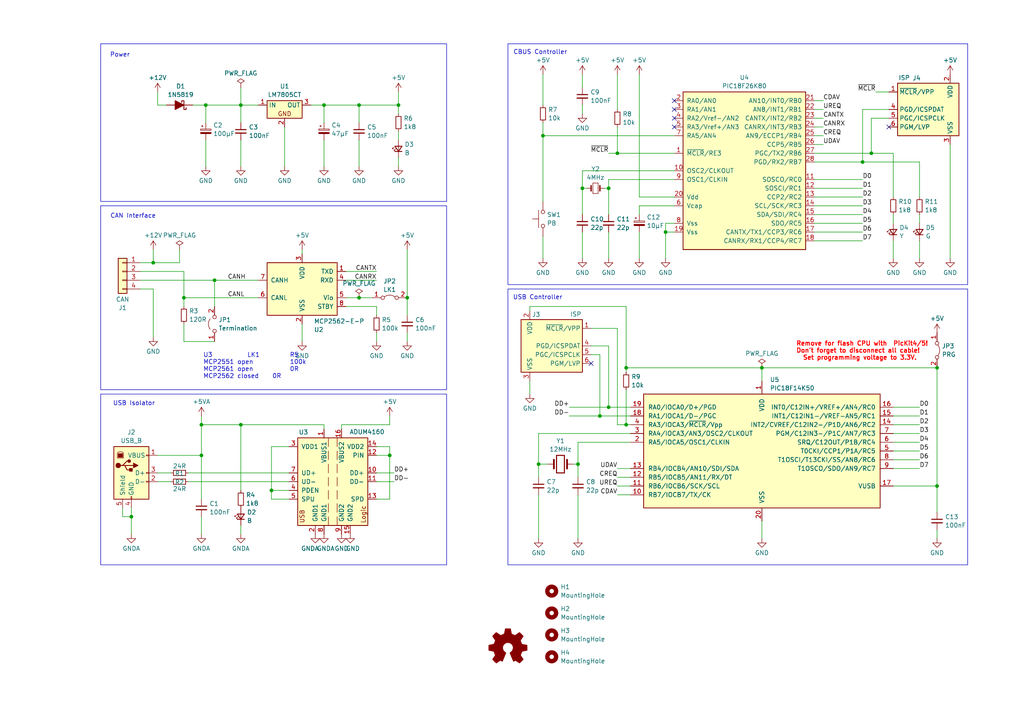
<source format=kicad_sch>
(kicad_sch
	(version 20250114)
	(generator "eeschema")
	(generator_version "9.0")
	(uuid "be5bc5ec-fd50-4fd1-b029-a24a7c301922")
	(paper "A4")
	(title_block
		(title "CANUSB4")
		(date "2026-01-10")
		(rev "C4")
		(company "Tom, DL7BJ")
		(comment 1 "CANUSB4 from MERG")
		(comment 2 "Acknowledgements to Andrew Crosland, Mike Bolton, Pete Brownlow and Ian Hart")
	)
	
	(rectangle
		(start 147.32 12.7)
		(end 280.67 82.55)
		(stroke
			(width 0)
			(type solid)
		)
		(fill
			(type none)
		)
		(uuid 16f90ff4-723e-4581-87a0-21fe02bdc4f7)
	)
	(rectangle
		(start 29.21 12.7)
		(end 129.54 58.42)
		(stroke
			(width 0)
			(type solid)
		)
		(fill
			(type none)
		)
		(uuid 3773e924-7466-4090-85be-b9d81c28c135)
	)
	(rectangle
		(start 29.21 114.3)
		(end 29.21 114.3)
		(stroke
			(width 0)
			(type default)
		)
		(fill
			(type none)
		)
		(uuid 6fc780c6-440e-4130-a472-60d0f3655d2e)
	)
	(rectangle
		(start 29.21 114.3)
		(end 129.54 163.83)
		(stroke
			(width 0)
			(type solid)
		)
		(fill
			(type none)
		)
		(uuid c7961bec-3a6b-45de-aa29-05c42c87608b)
	)
	(rectangle
		(start 29.21 59.69)
		(end 129.54 113.03)
		(stroke
			(width 0)
			(type solid)
		)
		(fill
			(type none)
		)
		(uuid d41e9edb-13db-4bb2-9401-ee03a17896a6)
	)
	(rectangle
		(start 147.32 83.82)
		(end 280.67 163.83)
		(stroke
			(width 0)
			(type default)
		)
		(fill
			(type none)
		)
		(uuid e8b6325e-9b4f-4b8f-84d9-39fe6531cbbd)
	)
	(text "Remove for flash CPU with  PicKit4/5!\nDon't forget to disconnect all cable!\n  Set programming voltage to 3.3V."
		(exclude_from_sim no)
		(at 230.886 101.854 0)
		(effects
			(font
				(size 1.27 1.27)
				(thickness 0.254)
				(bold yes)
				(color 255 0 0 1)
			)
			(justify left)
		)
		(uuid "1245059f-0a74-45c6-a7c5-5b5f6f652cae")
	)
	(text "U3		   LK1		R5\nMCP2551	open		100k\nMCP2561	open		0R\nMCP2562	closed	0R"
		(exclude_from_sim no)
		(at 58.928 106.172 0)
		(effects
			(font
				(size 1.27 1.27)
			)
			(justify left)
		)
		(uuid "15f2bb38-5e39-4318-afaf-8ec46b854cb4")
	)
	(text "CBUS Controller"
		(exclude_from_sim no)
		(at 156.718 15.24 0)
		(effects
			(font
				(size 1.27 1.27)
			)
		)
		(uuid "2c44d8db-900d-4d63-bad7-405c7952d152")
	)
	(text "USB Isolator"
		(exclude_from_sim no)
		(at 38.862 117.094 0)
		(effects
			(font
				(size 1.27 1.27)
			)
		)
		(uuid "54332b76-1c2c-4225-83c3-ea98eb9b6f0e")
	)
	(text "Power\n"
		(exclude_from_sim no)
		(at 34.798 16.002 0)
		(effects
			(font
				(size 1.27 1.27)
			)
		)
		(uuid "7d325c9a-1c06-4e7b-b7d4-e8b12e2a9eba")
	)
	(text "CAN Interface\n"
		(exclude_from_sim no)
		(at 38.608 62.738 0)
		(effects
			(font
				(size 1.27 1.27)
			)
		)
		(uuid "9c7ec504-49df-4e17-9118-fee4c4315df6")
	)
	(text "USB Controller\n"
		(exclude_from_sim no)
		(at 155.956 86.36 0)
		(effects
			(font
				(size 1.27 1.27)
			)
		)
		(uuid "a1412375-fda1-4224-84b4-df8c9146305f")
	)
	(junction
		(at 179.07 44.45)
		(diameter 0)
		(color 0 0 0 0)
		(uuid "0eb839cf-e193-4978-b34b-2be90c594a1a")
	)
	(junction
		(at 104.14 86.36)
		(diameter 0)
		(color 0 0 0 0)
		(uuid "10f956f4-e9f8-4187-8bd0-1f1b770458af")
	)
	(junction
		(at 58.42 123.19)
		(diameter 0)
		(color 0 0 0 0)
		(uuid "3489ec06-a1c8-4b5b-9336-9092e224e5cb")
	)
	(junction
		(at 176.53 118.11)
		(diameter 0)
		(color 0 0 0 0)
		(uuid "3f1ce60c-4a93-4b02-846a-8735fac902f0")
	)
	(junction
		(at 271.78 140.97)
		(diameter 0)
		(color 0 0 0 0)
		(uuid "41d1957f-3801-4733-8d60-41d60003df90")
	)
	(junction
		(at 59.69 30.48)
		(diameter 0)
		(color 0 0 0 0)
		(uuid "464afcba-0de3-42b9-8bf2-abdfa8f7578c")
	)
	(junction
		(at 168.91 54.61)
		(diameter 0)
		(color 0 0 0 0)
		(uuid "4f302111-f373-48bc-a00e-299c64ed9552")
	)
	(junction
		(at 118.11 86.36)
		(diameter 0)
		(color 0 0 0 0)
		(uuid "512a2a1d-6f89-4215-be2f-229b43be5e5d")
	)
	(junction
		(at 53.34 86.36)
		(diameter 0)
		(color 0 0 0 0)
		(uuid "5684266c-0335-4798-a195-8530ffb7ae53")
	)
	(junction
		(at 252.73 44.45)
		(diameter 0)
		(color 0 0 0 0)
		(uuid "5efea20d-0e1d-471c-a598-c3be3ff523bc")
	)
	(junction
		(at 167.64 134.62)
		(diameter 0)
		(color 0 0 0 0)
		(uuid "630f603e-37d2-416a-9b0c-7c0c609b17a7")
	)
	(junction
		(at 78.74 142.24)
		(diameter 0)
		(color 0 0 0 0)
		(uuid "70990f8a-8e16-49f6-8f1a-1eed635bc6b5")
	)
	(junction
		(at 173.99 120.65)
		(diameter 0)
		(color 0 0 0 0)
		(uuid "79742543-86dd-498f-9f0a-a56a66bb8471")
	)
	(junction
		(at 38.1 149.86)
		(diameter 0)
		(color 0 0 0 0)
		(uuid "7acc70e3-1eb6-4e27-8bed-993f72db901e")
	)
	(junction
		(at 69.85 123.19)
		(diameter 0)
		(color 0 0 0 0)
		(uuid "7e81c98b-791e-4a58-ab61-cab88ff3b502")
	)
	(junction
		(at 58.42 132.08)
		(diameter 0)
		(color 0 0 0 0)
		(uuid "801bb13a-a530-4270-98f0-a6ba860e8aa5")
	)
	(junction
		(at 181.61 123.19)
		(diameter 0)
		(color 0 0 0 0)
		(uuid "893ed1b9-b4bd-4add-9c32-b8f8a96b9fc2")
	)
	(junction
		(at 176.53 54.61)
		(diameter 0)
		(color 0 0 0 0)
		(uuid "8bd62a8a-2b40-4583-b02e-48610a8285ad")
	)
	(junction
		(at 157.48 39.37)
		(diameter 0)
		(color 0 0 0 0)
		(uuid "96e54f35-239a-4f79-b291-dfd9bb50a00b")
	)
	(junction
		(at 113.03 132.08)
		(diameter 0)
		(color 0 0 0 0)
		(uuid "9c2a8a89-fb0f-40c0-a5ee-05415254ff4d")
	)
	(junction
		(at 156.21 134.62)
		(diameter 0)
		(color 0 0 0 0)
		(uuid "a1bc2b71-d46d-48bd-9445-6b5e7499a782")
	)
	(junction
		(at 181.61 106.68)
		(diameter 0)
		(color 0 0 0 0)
		(uuid "a261f11f-fd6c-464b-861a-bb9d9bdf92bf")
	)
	(junction
		(at 69.85 30.48)
		(diameter 0)
		(color 0 0 0 0)
		(uuid "a4ba0244-a355-4ff2-bee5-faa546f94c83")
	)
	(junction
		(at 250.19 46.99)
		(diameter 0)
		(color 0 0 0 0)
		(uuid "abf0fd3e-8252-4347-8608-b1d2f140a547")
	)
	(junction
		(at 62.23 81.28)
		(diameter 0)
		(color 0 0 0 0)
		(uuid "c03e69d6-7696-40af-bbea-56d2b8c9ec90")
	)
	(junction
		(at 220.98 106.68)
		(diameter 0)
		(color 0 0 0 0)
		(uuid "c73216f1-0ac3-4fe5-981a-02773595f29a")
	)
	(junction
		(at 93.98 30.48)
		(diameter 0)
		(color 0 0 0 0)
		(uuid "d4ec1470-fa39-4dc9-bf8d-2d6d11eef898")
	)
	(junction
		(at 115.57 30.48)
		(diameter 0)
		(color 0 0 0 0)
		(uuid "dafe6acd-abfa-4969-8461-d6633c5348b7")
	)
	(junction
		(at 104.14 30.48)
		(diameter 0)
		(color 0 0 0 0)
		(uuid "e2666087-e0cd-43c9-ab71-5efa1fcc1472")
	)
	(junction
		(at 271.78 106.68)
		(diameter 0)
		(color 0 0 0 0)
		(uuid "e2789df7-a7a9-4b97-882b-55b0ec4dcb25")
	)
	(junction
		(at 193.04 67.31)
		(diameter 0)
		(color 0 0 0 0)
		(uuid "f6436d9d-8404-465e-876f-338e77da6b57")
	)
	(junction
		(at 44.45 76.2)
		(diameter 0)
		(color 0 0 0 0)
		(uuid "f9a20ced-ca12-45f0-a740-4434c126d00b")
	)
	(no_connect
		(at 195.58 36.83)
		(uuid "422e2b5c-bd7b-445b-9379-e00be4b244de")
	)
	(no_connect
		(at 195.58 34.29)
		(uuid "5d18fb93-5e81-4de9-b03f-5fc42a8c9083")
	)
	(no_connect
		(at 195.58 29.21)
		(uuid "6ef6d59a-fc37-44fd-aad9-1c399be2aded")
	)
	(no_connect
		(at 171.45 105.41)
		(uuid "73471b91-70f4-452f-9141-ea787efb875f")
	)
	(no_connect
		(at 257.81 36.83)
		(uuid "839bacbe-7bf8-4753-b558-2f2846eb12aa")
	)
	(no_connect
		(at 195.58 31.75)
		(uuid "c76a05d8-be08-4258-bcda-fa9859f6c463")
	)
	(wire
		(pts
			(xy 45.72 30.48) (xy 45.72 26.67)
		)
		(stroke
			(width 0)
			(type default)
		)
		(uuid "00db2744-a62a-48a0-bc7d-014e929bf328")
	)
	(wire
		(pts
			(xy 259.08 135.89) (xy 266.7 135.89)
		)
		(stroke
			(width 0)
			(type default)
		)
		(uuid "0112a6a9-d3bf-4d7a-b3f5-c86696a13eea")
	)
	(wire
		(pts
			(xy 236.22 44.45) (xy 252.73 44.45)
		)
		(stroke
			(width 0)
			(type default)
		)
		(uuid "0385e87c-3cb6-4be1-b46a-efd01d35bc9e")
	)
	(wire
		(pts
			(xy 179.07 138.43) (xy 182.88 138.43)
		)
		(stroke
			(width 0)
			(type default)
		)
		(uuid "03973904-1c5a-4f32-8f49-e6e839172330")
	)
	(wire
		(pts
			(xy 40.64 83.82) (xy 44.45 83.82)
		)
		(stroke
			(width 0)
			(type default)
		)
		(uuid "096970b5-4b9c-4669-8923-ad3cde711693")
	)
	(wire
		(pts
			(xy 195.58 64.77) (xy 193.04 64.77)
		)
		(stroke
			(width 0)
			(type default)
		)
		(uuid "0a9a4b25-8e3a-4276-a62b-dc0772ae12b7")
	)
	(wire
		(pts
			(xy 45.72 137.16) (xy 49.53 137.16)
		)
		(stroke
			(width 0)
			(type default)
		)
		(uuid "0adebdd3-8db3-4b67-be10-341beabecd87")
	)
	(wire
		(pts
			(xy 193.04 67.31) (xy 195.58 67.31)
		)
		(stroke
			(width 0)
			(type default)
		)
		(uuid "0b6f985f-d0d7-4541-9c23-68d8c4d89441")
	)
	(wire
		(pts
			(xy 275.59 41.91) (xy 275.59 74.93)
		)
		(stroke
			(width 0)
			(type default)
		)
		(uuid "0c1822e6-879a-44dc-a3ad-1a4a67fed324")
	)
	(wire
		(pts
			(xy 74.93 86.36) (xy 53.34 86.36)
		)
		(stroke
			(width 0)
			(type default)
		)
		(uuid "0eb87e8c-ee7c-4f9b-a6f8-b7a6c0edd8fe")
	)
	(wire
		(pts
			(xy 236.22 59.69) (xy 250.19 59.69)
		)
		(stroke
			(width 0)
			(type default)
		)
		(uuid "0fc20951-4be9-4183-b405-ee9011c41c78")
	)
	(wire
		(pts
			(xy 236.22 41.91) (xy 238.76 41.91)
		)
		(stroke
			(width 0)
			(type default)
		)
		(uuid "10c17ad7-8aa4-4554-b3cb-ab54e8ca1c12")
	)
	(wire
		(pts
			(xy 109.22 137.16) (xy 114.3 137.16)
		)
		(stroke
			(width 0)
			(type default)
		)
		(uuid "11127bae-9605-4d5a-8fe6-0f11b0315646")
	)
	(wire
		(pts
			(xy 87.63 72.39) (xy 87.63 73.66)
		)
		(stroke
			(width 0)
			(type default)
		)
		(uuid "11428916-e306-410a-b1ec-32b0c8e320a0")
	)
	(wire
		(pts
			(xy 38.1 149.86) (xy 38.1 154.94)
		)
		(stroke
			(width 0)
			(type default)
		)
		(uuid "13d81784-8eb7-4924-acc2-f698ef265a41")
	)
	(wire
		(pts
			(xy 195.58 57.15) (xy 185.42 57.15)
		)
		(stroke
			(width 0)
			(type default)
		)
		(uuid "14692f46-b108-4590-998f-a15b26e7ba22")
	)
	(wire
		(pts
			(xy 182.88 120.65) (xy 173.99 120.65)
		)
		(stroke
			(width 0)
			(type default)
		)
		(uuid "15708196-819e-411b-b5d5-1a4d047316ab")
	)
	(wire
		(pts
			(xy 185.42 67.31) (xy 185.42 74.93)
		)
		(stroke
			(width 0)
			(type default)
		)
		(uuid "1593b9a1-5128-4fa7-b9ac-136ca9a9bcea")
	)
	(wire
		(pts
			(xy 104.14 86.36) (xy 107.95 86.36)
		)
		(stroke
			(width 0)
			(type default)
		)
		(uuid "173edb6d-678b-44d9-a104-2719c9ece83b")
	)
	(wire
		(pts
			(xy 181.61 106.68) (xy 181.61 107.95)
		)
		(stroke
			(width 0)
			(type default)
		)
		(uuid "17b03c57-481d-4990-9f39-71051c8edeed")
	)
	(wire
		(pts
			(xy 44.45 83.82) (xy 44.45 97.79)
		)
		(stroke
			(width 0)
			(type default)
		)
		(uuid "19995da9-aaac-4fa9-b58d-4ea91769db39")
	)
	(wire
		(pts
			(xy 259.08 69.85) (xy 259.08 74.93)
		)
		(stroke
			(width 0)
			(type default)
		)
		(uuid "1c2d3b54-a097-4392-9ee6-48999d855f73")
	)
	(wire
		(pts
			(xy 109.22 88.9) (xy 109.22 91.44)
		)
		(stroke
			(width 0)
			(type default)
		)
		(uuid "1e8f5e26-0097-4f03-abad-b060f4e2f9e1")
	)
	(wire
		(pts
			(xy 220.98 151.13) (xy 220.98 156.21)
		)
		(stroke
			(width 0)
			(type default)
		)
		(uuid "1eef9255-5753-417e-8fb1-9564702e390f")
	)
	(wire
		(pts
			(xy 115.57 45.72) (xy 115.57 48.26)
		)
		(stroke
			(width 0)
			(type default)
		)
		(uuid "1efc0d56-899b-470c-b603-5eb22c62cf27")
	)
	(wire
		(pts
			(xy 179.07 143.51) (xy 182.88 143.51)
		)
		(stroke
			(width 0)
			(type default)
		)
		(uuid "214aaa90-bc8f-466b-87d1-3c7468e3f5b6")
	)
	(wire
		(pts
			(xy 176.53 62.23) (xy 176.53 54.61)
		)
		(stroke
			(width 0)
			(type default)
		)
		(uuid "258c152a-eb96-468d-86e8-589dc8747306")
	)
	(wire
		(pts
			(xy 58.42 149.86) (xy 58.42 154.94)
		)
		(stroke
			(width 0)
			(type default)
		)
		(uuid "264b4022-8714-456e-9709-cb6c1b1ae005")
	)
	(wire
		(pts
			(xy 69.85 40.64) (xy 69.85 48.26)
		)
		(stroke
			(width 0)
			(type default)
		)
		(uuid "26d8840d-ea69-4c25-98ff-5d40183e2ede")
	)
	(wire
		(pts
			(xy 90.17 30.48) (xy 93.98 30.48)
		)
		(stroke
			(width 0)
			(type default)
		)
		(uuid "274c3b36-0354-4838-bb8c-eb71e5981f32")
	)
	(wire
		(pts
			(xy 156.21 125.73) (xy 156.21 134.62)
		)
		(stroke
			(width 0)
			(type default)
		)
		(uuid "2807e7c1-e4d7-49c4-a14a-f58defdd6888")
	)
	(wire
		(pts
			(xy 179.07 123.19) (xy 179.07 95.25)
		)
		(stroke
			(width 0)
			(type default)
		)
		(uuid "299b1e7b-8ff5-4f48-8998-b6aaf7ce242b")
	)
	(wire
		(pts
			(xy 266.7 62.23) (xy 266.7 64.77)
		)
		(stroke
			(width 0)
			(type default)
		)
		(uuid "2a8deabc-1d19-41f7-ac09-7dead5fbeeb0")
	)
	(wire
		(pts
			(xy 165.1 118.11) (xy 176.53 118.11)
		)
		(stroke
			(width 0)
			(type default)
		)
		(uuid "2ab2ace1-fba8-456c-b491-4edea1c0e800")
	)
	(wire
		(pts
			(xy 166.37 134.62) (xy 167.64 134.62)
		)
		(stroke
			(width 0)
			(type default)
		)
		(uuid "2e410560-115b-4849-b54f-2bdc20175395")
	)
	(wire
		(pts
			(xy 185.42 59.69) (xy 185.42 62.23)
		)
		(stroke
			(width 0)
			(type default)
		)
		(uuid "2eb971da-bfc7-42e0-8e6f-c23aa7f9e848")
	)
	(wire
		(pts
			(xy 259.08 44.45) (xy 259.08 57.15)
		)
		(stroke
			(width 0)
			(type default)
		)
		(uuid "2f9dec5d-f8d1-4fd2-acc6-87a40438720a")
	)
	(wire
		(pts
			(xy 236.22 29.21) (xy 238.76 29.21)
		)
		(stroke
			(width 0)
			(type default)
		)
		(uuid "30ae9c5e-526d-4db5-ab88-2344a0b2d401")
	)
	(wire
		(pts
			(xy 62.23 81.28) (xy 62.23 88.9)
		)
		(stroke
			(width 0)
			(type default)
		)
		(uuid "327ac8fa-f957-48e6-aea5-b51222a8fb38")
	)
	(wire
		(pts
			(xy 52.07 76.2) (xy 44.45 76.2)
		)
		(stroke
			(width 0)
			(type default)
		)
		(uuid "32a459bc-1c15-4894-9b9a-6d8719d4d486")
	)
	(wire
		(pts
			(xy 168.91 54.61) (xy 168.91 62.23)
		)
		(stroke
			(width 0)
			(type default)
		)
		(uuid "359f7216-a9ec-4ee4-aa93-fb25495201ad")
	)
	(wire
		(pts
			(xy 271.78 106.68) (xy 271.78 140.97)
		)
		(stroke
			(width 0)
			(type default)
		)
		(uuid "35f34628-6da8-4d28-92ba-3cb3499724bc")
	)
	(wire
		(pts
			(xy 252.73 34.29) (xy 252.73 44.45)
		)
		(stroke
			(width 0)
			(type default)
		)
		(uuid "381ae458-a836-4637-9724-c16e16e4dd27")
	)
	(wire
		(pts
			(xy 271.78 140.97) (xy 271.78 148.59)
		)
		(stroke
			(width 0)
			(type default)
		)
		(uuid "3872ba34-39a2-4586-9e0b-aa1ee943cbe5")
	)
	(wire
		(pts
			(xy 236.22 54.61) (xy 250.19 54.61)
		)
		(stroke
			(width 0)
			(type default)
		)
		(uuid "38b5b618-cdcc-4095-ab3d-162c73fd66c6")
	)
	(wire
		(pts
			(xy 173.99 102.87) (xy 173.99 120.65)
		)
		(stroke
			(width 0)
			(type default)
		)
		(uuid "3b590e22-a04b-4838-8487-520bcf1226b0")
	)
	(wire
		(pts
			(xy 259.08 123.19) (xy 266.7 123.19)
		)
		(stroke
			(width 0)
			(type default)
		)
		(uuid "3b98af9b-2d40-4d78-a95a-ca72e3c94952")
	)
	(wire
		(pts
			(xy 99.06 123.19) (xy 113.03 123.19)
		)
		(stroke
			(width 0)
			(type default)
		)
		(uuid "3bbd1641-1d33-47a8-989b-4d6b44ac0e5e")
	)
	(wire
		(pts
			(xy 179.07 140.97) (xy 182.88 140.97)
		)
		(stroke
			(width 0)
			(type default)
		)
		(uuid "3e18a6b3-731a-4778-b398-7260c2b7625c")
	)
	(wire
		(pts
			(xy 167.64 128.27) (xy 167.64 134.62)
		)
		(stroke
			(width 0)
			(type default)
		)
		(uuid "3f7b2642-28b4-4f32-8474-43462321f15e")
	)
	(wire
		(pts
			(xy 257.81 34.29) (xy 252.73 34.29)
		)
		(stroke
			(width 0)
			(type default)
		)
		(uuid "3f8d4cc3-cf83-4ed2-8664-f048e165dbf2")
	)
	(wire
		(pts
			(xy 87.63 93.98) (xy 87.63 99.06)
		)
		(stroke
			(width 0)
			(type default)
		)
		(uuid "3fd75751-ed37-4245-a3c1-6021df57a123")
	)
	(wire
		(pts
			(xy 182.88 125.73) (xy 156.21 125.73)
		)
		(stroke
			(width 0)
			(type default)
		)
		(uuid "419ecf3e-ce1b-4218-9057-88574a4dde5d")
	)
	(wire
		(pts
			(xy 100.33 86.36) (xy 104.14 86.36)
		)
		(stroke
			(width 0)
			(type default)
		)
		(uuid "41be82d4-6ba5-47d9-97fb-ef1730f83500")
	)
	(wire
		(pts
			(xy 182.88 123.19) (xy 181.61 123.19)
		)
		(stroke
			(width 0)
			(type default)
		)
		(uuid "44bba578-5759-43e2-b99c-d2ab897c1971")
	)
	(wire
		(pts
			(xy 53.34 93.98) (xy 53.34 99.06)
		)
		(stroke
			(width 0)
			(type default)
		)
		(uuid "4599fd5a-7ad0-47a5-aa0b-39cea9466125")
	)
	(wire
		(pts
			(xy 259.08 62.23) (xy 259.08 64.77)
		)
		(stroke
			(width 0)
			(type default)
		)
		(uuid "4678d5a8-ebd5-4608-ba79-eba228c1d786")
	)
	(wire
		(pts
			(xy 259.08 118.11) (xy 266.7 118.11)
		)
		(stroke
			(width 0)
			(type default)
		)
		(uuid "48e45dd1-b171-4985-a68b-8322ac25505e")
	)
	(wire
		(pts
			(xy 104.14 40.64) (xy 104.14 48.26)
		)
		(stroke
			(width 0)
			(type default)
		)
		(uuid "4a818a31-30fe-4c5b-a5f2-2ab688d82149")
	)
	(wire
		(pts
			(xy 69.85 30.48) (xy 69.85 35.56)
		)
		(stroke
			(width 0)
			(type default)
		)
		(uuid "4aa46b4c-8c6c-4a2e-bab2-3a5e75760e7d")
	)
	(wire
		(pts
			(xy 78.74 129.54) (xy 83.82 129.54)
		)
		(stroke
			(width 0)
			(type default)
		)
		(uuid "4b1f440a-d66b-466f-a616-29768e53641b")
	)
	(wire
		(pts
			(xy 259.08 133.35) (xy 266.7 133.35)
		)
		(stroke
			(width 0)
			(type default)
		)
		(uuid "4b3a6d37-0eea-4276-9488-cf89dee5885b")
	)
	(wire
		(pts
			(xy 53.34 86.36) (xy 53.34 78.74)
		)
		(stroke
			(width 0)
			(type default)
		)
		(uuid "52f9b326-d4f3-44fd-a45a-2ec7ea31544d")
	)
	(wire
		(pts
			(xy 62.23 81.28) (xy 74.93 81.28)
		)
		(stroke
			(width 0)
			(type default)
		)
		(uuid "53a8cb50-b49d-401d-8151-0312aa18c8a6")
	)
	(wire
		(pts
			(xy 179.07 36.83) (xy 179.07 44.45)
		)
		(stroke
			(width 0)
			(type default)
		)
		(uuid "546f5e69-5d16-4b01-becb-21156c0ed774")
	)
	(wire
		(pts
			(xy 167.64 134.62) (xy 167.64 138.43)
		)
		(stroke
			(width 0)
			(type default)
		)
		(uuid "58163d58-2ac3-4120-a8cf-80932cff6d37")
	)
	(wire
		(pts
			(xy 179.07 135.89) (xy 182.88 135.89)
		)
		(stroke
			(width 0)
			(type default)
		)
		(uuid "59048310-2860-4225-b8fe-832244ea5888")
	)
	(wire
		(pts
			(xy 236.22 62.23) (xy 250.19 62.23)
		)
		(stroke
			(width 0)
			(type default)
		)
		(uuid "5988fc34-7f01-4da6-9ba9-69021d2a4452")
	)
	(wire
		(pts
			(xy 104.14 30.48) (xy 115.57 30.48)
		)
		(stroke
			(width 0)
			(type default)
		)
		(uuid "5a55460b-809f-4da0-8ca6-5fb1ca58f7a4")
	)
	(wire
		(pts
			(xy 113.03 132.08) (xy 113.03 129.54)
		)
		(stroke
			(width 0)
			(type default)
		)
		(uuid "5f77e710-4a35-4576-b56e-cfa0001e828d")
	)
	(wire
		(pts
			(xy 69.85 25.4) (xy 69.85 30.48)
		)
		(stroke
			(width 0)
			(type default)
		)
		(uuid "60ad3257-be1a-424f-8933-90b9b44b7b46")
	)
	(wire
		(pts
			(xy 236.22 52.07) (xy 250.19 52.07)
		)
		(stroke
			(width 0)
			(type default)
		)
		(uuid "60b48958-445c-42c3-88d1-41b3d95703cd")
	)
	(wire
		(pts
			(xy 54.61 137.16) (xy 83.82 137.16)
		)
		(stroke
			(width 0)
			(type default)
		)
		(uuid "60f98549-e941-4ada-a7f3-a39d140aefcb")
	)
	(wire
		(pts
			(xy 59.69 40.64) (xy 59.69 48.26)
		)
		(stroke
			(width 0)
			(type default)
		)
		(uuid "617f3c0f-6fde-4a18-b1e8-8c5c648a6b7e")
	)
	(wire
		(pts
			(xy 69.85 123.19) (xy 69.85 142.24)
		)
		(stroke
			(width 0)
			(type default)
		)
		(uuid "61b1d385-6276-4387-8132-67044282f1fb")
	)
	(wire
		(pts
			(xy 156.21 143.51) (xy 156.21 156.21)
		)
		(stroke
			(width 0)
			(type default)
		)
		(uuid "6261daa8-c3ba-4e6f-bb63-9d0ea508d48a")
	)
	(wire
		(pts
			(xy 182.88 128.27) (xy 167.64 128.27)
		)
		(stroke
			(width 0)
			(type default)
		)
		(uuid "64e8fdda-3846-40be-a386-9afc11c9fafc")
	)
	(wire
		(pts
			(xy 58.42 132.08) (xy 58.42 144.78)
		)
		(stroke
			(width 0)
			(type default)
		)
		(uuid "671d5382-bcaf-4aca-9ba5-e022f9d99317")
	)
	(wire
		(pts
			(xy 54.61 139.7) (xy 83.82 139.7)
		)
		(stroke
			(width 0)
			(type default)
		)
		(uuid "67be9a06-279a-444a-8924-ac67dace871e")
	)
	(wire
		(pts
			(xy 109.22 144.78) (xy 113.03 144.78)
		)
		(stroke
			(width 0)
			(type default)
		)
		(uuid "67d598f8-d515-469f-8abb-8d6e537015b7")
	)
	(wire
		(pts
			(xy 157.48 39.37) (xy 195.58 39.37)
		)
		(stroke
			(width 0)
			(type default)
		)
		(uuid "68f3a787-90f6-40b5-83e9-e3eb9bee1bbb")
	)
	(wire
		(pts
			(xy 193.04 64.77) (xy 193.04 67.31)
		)
		(stroke
			(width 0)
			(type default)
		)
		(uuid "697bf8c6-7b05-410b-84aa-bacc5bc35d3e")
	)
	(wire
		(pts
			(xy 236.22 31.75) (xy 238.76 31.75)
		)
		(stroke
			(width 0)
			(type default)
		)
		(uuid "6cab311e-249f-477e-b43f-4d2128d1eb24")
	)
	(wire
		(pts
			(xy 168.91 67.31) (xy 168.91 74.93)
		)
		(stroke
			(width 0)
			(type default)
		)
		(uuid "6de68997-e5d1-4256-aab2-a52cdf4afd82")
	)
	(wire
		(pts
			(xy 167.64 143.51) (xy 167.64 156.21)
		)
		(stroke
			(width 0)
			(type default)
		)
		(uuid "6ea29f9a-37f2-4407-8926-5ee2762c5b29")
	)
	(wire
		(pts
			(xy 193.04 67.31) (xy 193.04 74.93)
		)
		(stroke
			(width 0)
			(type default)
		)
		(uuid "704a9595-c5b3-40c1-bad3-3d49451495b2")
	)
	(wire
		(pts
			(xy 52.07 72.39) (xy 52.07 76.2)
		)
		(stroke
			(width 0)
			(type default)
		)
		(uuid "709c324b-0e3f-4e63-bb9d-9c25e195d665")
	)
	(wire
		(pts
			(xy 38.1 147.32) (xy 38.1 149.86)
		)
		(stroke
			(width 0)
			(type default)
		)
		(uuid "71458be0-d40a-42de-9863-179f2a4c3b33")
	)
	(wire
		(pts
			(xy 220.98 106.68) (xy 220.98 110.49)
		)
		(stroke
			(width 0)
			(type default)
		)
		(uuid "71468f10-2919-41b4-830e-d0a0f0c740bb")
	)
	(wire
		(pts
			(xy 181.61 123.19) (xy 179.07 123.19)
		)
		(stroke
			(width 0)
			(type default)
		)
		(uuid "746c267d-8558-4ecd-baac-e56c8463654f")
	)
	(wire
		(pts
			(xy 100.33 88.9) (xy 109.22 88.9)
		)
		(stroke
			(width 0)
			(type default)
		)
		(uuid "74ed8569-5d54-471c-87da-2a3a713bc31c")
	)
	(wire
		(pts
			(xy 59.69 30.48) (xy 69.85 30.48)
		)
		(stroke
			(width 0)
			(type default)
		)
		(uuid "7503092b-dd8b-4d7f-af08-742986b422f7")
	)
	(wire
		(pts
			(xy 109.22 129.54) (xy 113.03 129.54)
		)
		(stroke
			(width 0)
			(type default)
		)
		(uuid "759c32b4-1a3c-4347-815f-a21cf5ee8d2e")
	)
	(wire
		(pts
			(xy 220.98 106.68) (xy 181.61 106.68)
		)
		(stroke
			(width 0)
			(type default)
		)
		(uuid "77646468-e77a-433e-a57e-ea6ad24755fe")
	)
	(wire
		(pts
			(xy 179.07 21.59) (xy 179.07 31.75)
		)
		(stroke
			(width 0)
			(type default)
		)
		(uuid "77f0159e-229c-44e2-92f7-2075b549423e")
	)
	(wire
		(pts
			(xy 115.57 30.48) (xy 115.57 26.67)
		)
		(stroke
			(width 0)
			(type default)
		)
		(uuid "7dcda265-98bb-4419-9d2b-b326492f6d32")
	)
	(wire
		(pts
			(xy 236.22 36.83) (xy 238.76 36.83)
		)
		(stroke
			(width 0)
			(type default)
		)
		(uuid "7e9cbca3-f91f-4f9e-9515-80995944fae5")
	)
	(wire
		(pts
			(xy 236.22 34.29) (xy 238.76 34.29)
		)
		(stroke
			(width 0)
			(type default)
		)
		(uuid "7ff54076-9b8b-437e-baf2-5252e44dc115")
	)
	(wire
		(pts
			(xy 168.91 49.53) (xy 168.91 54.61)
		)
		(stroke
			(width 0)
			(type default)
		)
		(uuid "808f5e57-becc-4edd-83e8-f476bf7bff7b")
	)
	(wire
		(pts
			(xy 236.22 69.85) (xy 250.19 69.85)
		)
		(stroke
			(width 0)
			(type default)
		)
		(uuid "81a76d09-462f-4e12-83cc-f472448804d8")
	)
	(wire
		(pts
			(xy 99.06 124.46) (xy 99.06 123.19)
		)
		(stroke
			(width 0)
			(type default)
		)
		(uuid "82df3e53-37b0-4c9c-9ce5-53a75c388e0c")
	)
	(wire
		(pts
			(xy 254 26.67) (xy 257.81 26.67)
		)
		(stroke
			(width 0)
			(type default)
		)
		(uuid "86e0cfcd-e776-42a1-a9e1-1a34e1156175")
	)
	(wire
		(pts
			(xy 195.58 59.69) (xy 185.42 59.69)
		)
		(stroke
			(width 0)
			(type default)
		)
		(uuid "875f9228-8c70-4461-9574-ba577b306752")
	)
	(wire
		(pts
			(xy 179.07 44.45) (xy 195.58 44.45)
		)
		(stroke
			(width 0)
			(type default)
		)
		(uuid "88c775c3-f6d1-4fbf-b0c8-e7c2ac9551c8")
	)
	(wire
		(pts
			(xy 153.67 88.9) (xy 153.67 90.17)
		)
		(stroke
			(width 0)
			(type default)
		)
		(uuid "8b9af576-ec69-4981-911d-8a9eaa874ab4")
	)
	(wire
		(pts
			(xy 266.7 69.85) (xy 266.7 74.93)
		)
		(stroke
			(width 0)
			(type default)
		)
		(uuid "8c86b961-9a49-49f5-ae0a-c978291c5f43")
	)
	(wire
		(pts
			(xy 45.72 139.7) (xy 49.53 139.7)
		)
		(stroke
			(width 0)
			(type default)
		)
		(uuid "8d15e8c6-a4b1-48c0-93ef-d85fecc943f5")
	)
	(wire
		(pts
			(xy 118.11 86.36) (xy 118.11 91.44)
		)
		(stroke
			(width 0)
			(type default)
		)
		(uuid "9183a53a-060c-459c-a723-951bb3535e76")
	)
	(wire
		(pts
			(xy 35.56 147.32) (xy 35.56 149.86)
		)
		(stroke
			(width 0)
			(type default)
		)
		(uuid "92251e67-9425-4cd3-a1be-1301f9eb1e0b")
	)
	(wire
		(pts
			(xy 104.14 30.48) (xy 104.14 35.56)
		)
		(stroke
			(width 0)
			(type default)
		)
		(uuid "9452abf3-16a2-4ab6-94fe-14cb46420975")
	)
	(wire
		(pts
			(xy 266.7 46.99) (xy 266.7 57.15)
		)
		(stroke
			(width 0)
			(type default)
		)
		(uuid "94b72805-e4d7-4aee-934d-ea9c4e2b345c")
	)
	(wire
		(pts
			(xy 259.08 125.73) (xy 266.7 125.73)
		)
		(stroke
			(width 0)
			(type default)
		)
		(uuid "98ee6b4d-9fa3-4a30-8168-fb93bd00f8a5")
	)
	(wire
		(pts
			(xy 40.64 81.28) (xy 62.23 81.28)
		)
		(stroke
			(width 0)
			(type default)
		)
		(uuid "99c28490-90f8-4295-8894-6740828ef969")
	)
	(wire
		(pts
			(xy 153.67 110.49) (xy 153.67 114.3)
		)
		(stroke
			(width 0)
			(type default)
		)
		(uuid "9a13373a-a34c-4b31-b719-3927ce8239e0")
	)
	(wire
		(pts
			(xy 109.22 132.08) (xy 113.03 132.08)
		)
		(stroke
			(width 0)
			(type default)
		)
		(uuid "9a46278b-a598-486b-8bb7-97516fa0f6b9")
	)
	(wire
		(pts
			(xy 250.19 31.75) (xy 250.19 46.99)
		)
		(stroke
			(width 0)
			(type default)
		)
		(uuid "9b179307-0149-4fc6-8cfe-70d8015e018c")
	)
	(wire
		(pts
			(xy 157.48 35.56) (xy 157.48 39.37)
		)
		(stroke
			(width 0)
			(type default)
		)
		(uuid "9b3baf90-0344-4c5a-aceb-d326b2e7777b")
	)
	(wire
		(pts
			(xy 83.82 144.78) (xy 78.74 144.78)
		)
		(stroke
			(width 0)
			(type default)
		)
		(uuid "9c8dbb5e-77be-4a81-ab42-5c4bc4687afe")
	)
	(wire
		(pts
			(xy 168.91 54.61) (xy 170.18 54.61)
		)
		(stroke
			(width 0)
			(type default)
		)
		(uuid "9f862d2d-94fd-4317-bfa1-93bb2c86476a")
	)
	(wire
		(pts
			(xy 157.48 39.37) (xy 157.48 58.42)
		)
		(stroke
			(width 0)
			(type default)
		)
		(uuid "a0573788-9009-44ab-8d3e-09ff0dc6c439")
	)
	(wire
		(pts
			(xy 93.98 30.48) (xy 93.98 35.56)
		)
		(stroke
			(width 0)
			(type default)
		)
		(uuid "a0d60710-22b5-47f5-839d-2027cc42ef4e")
	)
	(wire
		(pts
			(xy 82.55 36.83) (xy 82.55 48.26)
		)
		(stroke
			(width 0)
			(type default)
		)
		(uuid "a1259941-02df-41d1-90a9-be6be592ff9a")
	)
	(wire
		(pts
			(xy 53.34 99.06) (xy 62.23 99.06)
		)
		(stroke
			(width 0)
			(type default)
		)
		(uuid "a304507f-2248-435e-b198-57aae05c3188")
	)
	(wire
		(pts
			(xy 113.03 120.65) (xy 113.03 123.19)
		)
		(stroke
			(width 0)
			(type default)
		)
		(uuid "a368c060-4d3e-4707-aba5-87ab0a6b639f")
	)
	(wire
		(pts
			(xy 171.45 102.87) (xy 173.99 102.87)
		)
		(stroke
			(width 0)
			(type default)
		)
		(uuid "a38af89c-cf19-4771-a68f-757c1f4ae0af")
	)
	(wire
		(pts
			(xy 236.22 39.37) (xy 238.76 39.37)
		)
		(stroke
			(width 0)
			(type default)
		)
		(uuid "a63af749-7e13-4c33-8e58-603fb1d6b265")
	)
	(wire
		(pts
			(xy 259.08 130.81) (xy 266.7 130.81)
		)
		(stroke
			(width 0)
			(type default)
		)
		(uuid "a681ae3b-1797-4207-ba9b-8e605b9ef1d8")
	)
	(wire
		(pts
			(xy 113.03 144.78) (xy 113.03 132.08)
		)
		(stroke
			(width 0)
			(type default)
		)
		(uuid "a9d6527c-5dbe-41e6-bc5f-281905597fe2")
	)
	(wire
		(pts
			(xy 236.22 46.99) (xy 250.19 46.99)
		)
		(stroke
			(width 0)
			(type default)
		)
		(uuid "ae4279b1-8b3f-469d-ae78-7cf582982d57")
	)
	(wire
		(pts
			(xy 271.78 153.67) (xy 271.78 156.21)
		)
		(stroke
			(width 0)
			(type default)
		)
		(uuid "ae493db6-6955-4fcc-9b4f-25ee491de979")
	)
	(wire
		(pts
			(xy 171.45 100.33) (xy 176.53 100.33)
		)
		(stroke
			(width 0)
			(type default)
		)
		(uuid "b048ed68-2399-43e0-af30-9935ea4fc515")
	)
	(wire
		(pts
			(xy 157.48 21.59) (xy 157.48 30.48)
		)
		(stroke
			(width 0)
			(type default)
		)
		(uuid "b0a70044-4da4-46da-8c83-6f984cd8a406")
	)
	(wire
		(pts
			(xy 93.98 124.46) (xy 93.98 123.19)
		)
		(stroke
			(width 0)
			(type default)
		)
		(uuid "b35db9e9-c6fc-4c5b-b1cc-9240489191db")
	)
	(wire
		(pts
			(xy 157.48 68.58) (xy 157.48 74.93)
		)
		(stroke
			(width 0)
			(type default)
		)
		(uuid "b3726bab-22cf-44fb-bc56-e126710085b9")
	)
	(wire
		(pts
			(xy 115.57 30.48) (xy 115.57 33.02)
		)
		(stroke
			(width 0)
			(type default)
		)
		(uuid "b753c13c-d123-4d62-b185-c05d1bffece0")
	)
	(wire
		(pts
			(xy 78.74 142.24) (xy 83.82 142.24)
		)
		(stroke
			(width 0)
			(type default)
		)
		(uuid "b783e821-8ee4-462b-b263-e9b9a5d5a03d")
	)
	(wire
		(pts
			(xy 58.42 123.19) (xy 69.85 123.19)
		)
		(stroke
			(width 0)
			(type default)
		)
		(uuid "b9715dbb-d0a6-48ce-86be-32b0fc605446")
	)
	(wire
		(pts
			(xy 236.22 67.31) (xy 250.19 67.31)
		)
		(stroke
			(width 0)
			(type default)
		)
		(uuid "baebd033-6576-43be-9401-74e639b0ae2b")
	)
	(wire
		(pts
			(xy 55.88 30.48) (xy 59.69 30.48)
		)
		(stroke
			(width 0)
			(type default)
		)
		(uuid "bb041ec1-e06c-442d-b1b5-feff3bc3d4b5")
	)
	(wire
		(pts
			(xy 168.91 21.59) (xy 168.91 25.4)
		)
		(stroke
			(width 0)
			(type default)
		)
		(uuid "bb6e3d67-8b78-4403-8fe5-824fc791980d")
	)
	(wire
		(pts
			(xy 156.21 134.62) (xy 158.75 134.62)
		)
		(stroke
			(width 0)
			(type default)
		)
		(uuid "bbd0c138-e9c8-4674-9998-2a718442fd2d")
	)
	(wire
		(pts
			(xy 176.53 100.33) (xy 176.53 118.11)
		)
		(stroke
			(width 0)
			(type default)
		)
		(uuid "be495907-d29f-46d9-a4a7-ac59c3f7fe02")
	)
	(wire
		(pts
			(xy 53.34 86.36) (xy 53.34 88.9)
		)
		(stroke
			(width 0)
			(type default)
		)
		(uuid "be89fecc-4e17-4af9-ba32-4cb1cb3bc71f")
	)
	(wire
		(pts
			(xy 118.11 86.36) (xy 118.11 72.39)
		)
		(stroke
			(width 0)
			(type default)
		)
		(uuid "be9d49f9-12b9-4d01-b98c-b3a4a39d0967")
	)
	(wire
		(pts
			(xy 100.33 78.74) (xy 109.22 78.74)
		)
		(stroke
			(width 0)
			(type default)
		)
		(uuid "c20d40d4-6e60-44ae-8db0-35127c64d341")
	)
	(wire
		(pts
			(xy 165.1 120.65) (xy 173.99 120.65)
		)
		(stroke
			(width 0)
			(type default)
		)
		(uuid "c3e68f2e-2dfd-4dca-b557-d717b56dfe5a")
	)
	(wire
		(pts
			(xy 40.64 76.2) (xy 44.45 76.2)
		)
		(stroke
			(width 0)
			(type default)
		)
		(uuid "c6bfd0fa-37f4-4c06-842e-116d52a4644d")
	)
	(wire
		(pts
			(xy 109.22 139.7) (xy 114.3 139.7)
		)
		(stroke
			(width 0)
			(type default)
		)
		(uuid "c72c2d43-2102-4359-9813-1d0b4c6cf563")
	)
	(wire
		(pts
			(xy 69.85 152.4) (xy 69.85 154.94)
		)
		(stroke
			(width 0)
			(type default)
		)
		(uuid "c7ab8810-2f67-43af-8b0d-b32ecaa3f11b")
	)
	(wire
		(pts
			(xy 259.08 128.27) (xy 266.7 128.27)
		)
		(stroke
			(width 0)
			(type default)
		)
		(uuid "c84bedd4-5e49-4f54-8a62-692fc1faf7fd")
	)
	(wire
		(pts
			(xy 93.98 40.64) (xy 93.98 48.26)
		)
		(stroke
			(width 0)
			(type default)
		)
		(uuid "c906d3a7-db74-4d1f-ab54-7bd75d478ddb")
	)
	(wire
		(pts
			(xy 220.98 106.68) (xy 271.78 106.68)
		)
		(stroke
			(width 0)
			(type default)
		)
		(uuid "caf37c8b-f304-4e09-9d37-f9157ea42226")
	)
	(wire
		(pts
			(xy 40.64 78.74) (xy 53.34 78.74)
		)
		(stroke
			(width 0)
			(type default)
		)
		(uuid "d07c690d-f540-4b7e-8f88-5dc226feb944")
	)
	(wire
		(pts
			(xy 171.45 95.25) (xy 179.07 95.25)
		)
		(stroke
			(width 0)
			(type default)
		)
		(uuid "d0eb0138-7b51-4d55-945d-9158139c6030")
	)
	(wire
		(pts
			(xy 176.53 54.61) (xy 176.53 52.07)
		)
		(stroke
			(width 0)
			(type default)
		)
		(uuid "d5728bb4-2f15-47cb-88e1-6c1750d635e5")
	)
	(wire
		(pts
			(xy 181.61 123.19) (xy 181.61 113.03)
		)
		(stroke
			(width 0)
			(type default)
		)
		(uuid "d91b558c-a65d-4b32-a0a2-97b613e9d569")
	)
	(wire
		(pts
			(xy 45.72 132.08) (xy 58.42 132.08)
		)
		(stroke
			(width 0)
			(type default)
		)
		(uuid "d98d9a97-a1ae-4436-9208-9fa41cdac285")
	)
	(wire
		(pts
			(xy 259.08 140.97) (xy 271.78 140.97)
		)
		(stroke
			(width 0)
			(type default)
		)
		(uuid "da64f702-2d6e-4574-a3a2-85de47daad09")
	)
	(wire
		(pts
			(xy 69.85 123.19) (xy 93.98 123.19)
		)
		(stroke
			(width 0)
			(type default)
		)
		(uuid "de01dab9-535f-4644-9f83-9b205b13a203")
	)
	(wire
		(pts
			(xy 176.53 44.45) (xy 179.07 44.45)
		)
		(stroke
			(width 0)
			(type default)
		)
		(uuid "df3c0d5a-0252-40b6-bd69-ebc4f049460c")
	)
	(wire
		(pts
			(xy 252.73 44.45) (xy 259.08 44.45)
		)
		(stroke
			(width 0)
			(type default)
		)
		(uuid "df76507f-615a-4123-adcc-ee68c18fedae")
	)
	(wire
		(pts
			(xy 259.08 120.65) (xy 266.7 120.65)
		)
		(stroke
			(width 0)
			(type default)
		)
		(uuid "e05309d8-5cad-4bd9-a88c-89a438649a2e")
	)
	(wire
		(pts
			(xy 181.61 88.9) (xy 153.67 88.9)
		)
		(stroke
			(width 0)
			(type default)
		)
		(uuid "e0cb0879-7426-4698-ab4e-2b000e8ff6cc")
	)
	(wire
		(pts
			(xy 58.42 123.19) (xy 58.42 132.08)
		)
		(stroke
			(width 0)
			(type default)
		)
		(uuid "e10732a4-df77-450e-a2a7-938a4d9858ac")
	)
	(wire
		(pts
			(xy 93.98 30.48) (xy 104.14 30.48)
		)
		(stroke
			(width 0)
			(type default)
		)
		(uuid "e121f919-0de3-441e-9cbd-d382c0718b56")
	)
	(wire
		(pts
			(xy 181.61 106.68) (xy 181.61 88.9)
		)
		(stroke
			(width 0)
			(type default)
		)
		(uuid "e2684b01-0a3e-40ef-9c12-5ff0d7d34781")
	)
	(wire
		(pts
			(xy 58.42 120.65) (xy 58.42 123.19)
		)
		(stroke
			(width 0)
			(type default)
		)
		(uuid "e563869d-3c06-4437-ab97-5ca87fa0fd40")
	)
	(wire
		(pts
			(xy 59.69 30.48) (xy 59.69 35.56)
		)
		(stroke
			(width 0)
			(type default)
		)
		(uuid "e57db02c-88ad-4258-b28e-3244e8dafacf")
	)
	(wire
		(pts
			(xy 185.42 57.15) (xy 185.42 21.59)
		)
		(stroke
			(width 0)
			(type default)
		)
		(uuid "e8dfea43-04fe-4f4f-ba11-dd0a2d4da90d")
	)
	(wire
		(pts
			(xy 48.26 30.48) (xy 45.72 30.48)
		)
		(stroke
			(width 0)
			(type default)
		)
		(uuid "ea0a13f5-e762-42a2-a3fc-3e7996342815")
	)
	(wire
		(pts
			(xy 118.11 96.52) (xy 118.11 99.06)
		)
		(stroke
			(width 0)
			(type default)
		)
		(uuid "ea91347b-2345-4da2-9a16-492a36e201ba")
	)
	(wire
		(pts
			(xy 78.74 142.24) (xy 78.74 144.78)
		)
		(stroke
			(width 0)
			(type default)
		)
		(uuid "ec079436-52fa-4c80-8b82-34da8ba9f0a7")
	)
	(wire
		(pts
			(xy 168.91 30.48) (xy 168.91 33.02)
		)
		(stroke
			(width 0)
			(type default)
		)
		(uuid "ec78f97e-e8bc-491c-9c58-c66d1ba9cc6e")
	)
	(wire
		(pts
			(xy 250.19 46.99) (xy 266.7 46.99)
		)
		(stroke
			(width 0)
			(type default)
		)
		(uuid "eed88d8f-f50d-44ee-a758-6a3d09f1e9a8")
	)
	(wire
		(pts
			(xy 195.58 49.53) (xy 168.91 49.53)
		)
		(stroke
			(width 0)
			(type default)
		)
		(uuid "ef6df598-84ab-4940-9e00-95819ec65408")
	)
	(wire
		(pts
			(xy 236.22 57.15) (xy 250.19 57.15)
		)
		(stroke
			(width 0)
			(type default)
		)
		(uuid "f0cc34f0-eb60-4a32-bafd-9ace63efc0e2")
	)
	(wire
		(pts
			(xy 100.33 81.28) (xy 109.22 81.28)
		)
		(stroke
			(width 0)
			(type default)
		)
		(uuid "f238140e-6493-498f-9300-30fd3f4bde01")
	)
	(wire
		(pts
			(xy 115.57 38.1) (xy 115.57 40.64)
		)
		(stroke
			(width 0)
			(type default)
		)
		(uuid "f2941c5f-19e7-483b-ab38-1d64daa81e43")
	)
	(wire
		(pts
			(xy 78.74 129.54) (xy 78.74 142.24)
		)
		(stroke
			(width 0)
			(type default)
		)
		(uuid "f2d9ecf8-11b3-49d8-b85e-0d8d0153b2ef")
	)
	(wire
		(pts
			(xy 69.85 30.48) (xy 74.93 30.48)
		)
		(stroke
			(width 0)
			(type default)
		)
		(uuid "f2fe0063-c038-4f28-a7e7-4d1adc5d4f88")
	)
	(wire
		(pts
			(xy 176.53 67.31) (xy 176.53 74.93)
		)
		(stroke
			(width 0)
			(type default)
		)
		(uuid "f3e6dc67-6cf1-4093-9c82-fbd4b6abd540")
	)
	(wire
		(pts
			(xy 176.53 52.07) (xy 195.58 52.07)
		)
		(stroke
			(width 0)
			(type default)
		)
		(uuid "f4201147-8f01-4842-acdf-647c23553d37")
	)
	(wire
		(pts
			(xy 109.22 96.52) (xy 109.22 99.06)
		)
		(stroke
			(width 0)
			(type default)
		)
		(uuid "f8333316-06cd-4e8c-aa29-24dd14e57c9f")
	)
	(wire
		(pts
			(xy 35.56 149.86) (xy 38.1 149.86)
		)
		(stroke
			(width 0)
			(type default)
		)
		(uuid "f9f896b7-25ad-4340-a50b-0c7ec5fb6af9")
	)
	(wire
		(pts
			(xy 176.53 54.61) (xy 175.26 54.61)
		)
		(stroke
			(width 0)
			(type default)
		)
		(uuid "fb1c3935-c0e8-4b6e-b020-c7039d77c326")
	)
	(wire
		(pts
			(xy 44.45 76.2) (xy 44.45 72.39)
		)
		(stroke
			(width 0)
			(type default)
		)
		(uuid "fc7615a9-6989-4246-90d8-1318db84467e")
	)
	(wire
		(pts
			(xy 182.88 118.11) (xy 176.53 118.11)
		)
		(stroke
			(width 0)
			(type default)
		)
		(uuid "fcfced3c-8953-479b-aed6-bb63a24b7064")
	)
	(wire
		(pts
			(xy 257.81 31.75) (xy 250.19 31.75)
		)
		(stroke
			(width 0)
			(type default)
		)
		(uuid "fd6536a9-c37f-4b15-ae81-61b6ccb33c1f")
	)
	(wire
		(pts
			(xy 156.21 134.62) (xy 156.21 138.43)
		)
		(stroke
			(width 0)
			(type default)
		)
		(uuid "fe373440-a8be-42dc-b5ba-b3cf48374aef")
	)
	(wire
		(pts
			(xy 236.22 64.77) (xy 250.19 64.77)
		)
		(stroke
			(width 0)
			(type default)
		)
		(uuid "fe53ece5-2a1d-401c-8f5b-4db09cbd92a5")
	)
	(label "CREQ"
		(at 238.76 39.37 0)
		(effects
			(font
				(size 1.27 1.27)
			)
			(justify left bottom)
		)
		(uuid "05828a71-5da3-4dd2-a526-a7ebc19efedf")
	)
	(label "D6"
		(at 250.19 67.31 0)
		(effects
			(font
				(size 1.27 1.27)
			)
			(justify left bottom)
		)
		(uuid "09ffb424-88b3-4885-9d62-9ee8d60d3701")
	)
	(label "D5"
		(at 266.7 130.81 0)
		(effects
			(font
				(size 1.27 1.27)
			)
			(justify left bottom)
		)
		(uuid "0d63dfed-6209-45ac-8500-2e5c4f672c22")
	)
	(label "CDAV"
		(at 179.07 143.51 180)
		(effects
			(font
				(size 1.27 1.27)
			)
			(justify right bottom)
		)
		(uuid "0d6aa657-3fcd-4492-8a89-f4b8a39f6d37")
	)
	(label "D6"
		(at 266.7 133.35 0)
		(effects
			(font
				(size 1.27 1.27)
			)
			(justify left bottom)
		)
		(uuid "0eaa7455-c097-4430-a5b6-9401e4807c04")
	)
	(label "D0"
		(at 266.7 118.11 0)
		(effects
			(font
				(size 1.27 1.27)
			)
			(justify left bottom)
		)
		(uuid "13a8439a-6184-49af-9668-b5827dee37ff")
	)
	(label "DD+"
		(at 165.1 118.11 180)
		(effects
			(font
				(size 1.27 1.27)
			)
			(justify right bottom)
		)
		(uuid "1822bf07-ef63-41a6-af6b-5a066b15da9c")
	)
	(label "CANTX"
		(at 109.22 78.74 180)
		(effects
			(font
				(size 1.27 1.27)
			)
			(justify right bottom)
		)
		(uuid "1e7c0370-5b83-4e48-a857-512f974c5f55")
	)
	(label "UDAV"
		(at 238.76 41.91 0)
		(effects
			(font
				(size 1.27 1.27)
			)
			(justify left bottom)
		)
		(uuid "25e0ee75-4025-4942-81fc-67fb979a1efe")
	)
	(label "D2"
		(at 266.7 123.19 0)
		(effects
			(font
				(size 1.27 1.27)
			)
			(justify left bottom)
		)
		(uuid "301652c1-e41e-4dd1-99a2-0df834a5598c")
	)
	(label "CANRX"
		(at 109.22 81.28 180)
		(effects
			(font
				(size 1.27 1.27)
			)
			(justify right bottom)
		)
		(uuid "3451c941-3d71-430b-bd34-b2a7df8465bc")
	)
	(label "D3"
		(at 266.7 125.73 0)
		(effects
			(font
				(size 1.27 1.27)
			)
			(justify left bottom)
		)
		(uuid "3e0b6ceb-a978-4f65-bdf9-a6eb93548088")
	)
	(label "CANH"
		(at 66.04 81.28 0)
		(effects
			(font
				(size 1.27 1.27)
			)
			(justify left bottom)
		)
		(uuid "403f266b-783a-4065-b292-a9fc601b3f2e")
	)
	(label "CANRX"
		(at 238.76 36.83 0)
		(effects
			(font
				(size 1.27 1.27)
			)
			(justify left bottom)
		)
		(uuid "4650aafb-c01e-4cbd-a957-99a0235c94e7")
	)
	(label "CANL"
		(at 66.04 86.36 0)
		(effects
			(font
				(size 1.27 1.27)
			)
			(justify left bottom)
		)
		(uuid "48dfb157-7193-474e-883d-33611a9bcaed")
	)
	(label "D5"
		(at 250.19 64.77 0)
		(effects
			(font
				(size 1.27 1.27)
			)
			(justify left bottom)
		)
		(uuid "4aa90212-7594-4be6-bbe7-e957eacbe4ac")
	)
	(label "~{MCLR}"
		(at 254 26.67 180)
		(effects
			(font
				(size 1.27 1.27)
			)
			(justify right bottom)
		)
		(uuid "57da033d-eb53-4f60-88fb-ff81f62b0493")
	)
	(label "~{MCLR}"
		(at 176.53 44.45 180)
		(effects
			(font
				(size 1.27 1.27)
			)
			(justify right bottom)
		)
		(uuid "58765651-86f2-4f44-ac7f-5e3d75d5fe01")
	)
	(label "D1"
		(at 266.7 120.65 0)
		(effects
			(font
				(size 1.27 1.27)
			)
			(justify left bottom)
		)
		(uuid "64d8dd7f-76c3-4ed0-8253-b87a5575dfdd")
	)
	(label "CDAV"
		(at 238.76 29.21 0)
		(effects
			(font
				(size 1.27 1.27)
			)
			(justify left bottom)
		)
		(uuid "6a578276-3345-41bc-9c45-e0ae268208db")
	)
	(label "D7"
		(at 266.7 135.89 0)
		(effects
			(font
				(size 1.27 1.27)
			)
			(justify left bottom)
		)
		(uuid "840aa06a-e1c8-43a4-a223-9016474c8052")
	)
	(label "D7"
		(at 250.19 69.85 0)
		(effects
			(font
				(size 1.27 1.27)
			)
			(justify left bottom)
		)
		(uuid "88ca7152-d6af-4d46-aa57-12e94c587eff")
	)
	(label "UREQ"
		(at 179.07 140.97 180)
		(effects
			(font
				(size 1.27 1.27)
			)
			(justify right bottom)
		)
		(uuid "8a41d034-9400-4ff4-90f1-6c91661ddf20")
	)
	(label "DD-"
		(at 165.1 120.65 180)
		(effects
			(font
				(size 1.27 1.27)
			)
			(justify right bottom)
		)
		(uuid "8f328cbe-0ef4-4eab-9a14-73aceb250de0")
	)
	(label "UDAV"
		(at 179.07 135.89 180)
		(effects
			(font
				(size 1.27 1.27)
			)
			(justify right bottom)
		)
		(uuid "9935b56c-564b-4be8-80b3-1c20e8c882e4")
	)
	(label "UREQ"
		(at 238.76 31.75 0)
		(effects
			(font
				(size 1.27 1.27)
			)
			(justify left bottom)
		)
		(uuid "a4492e4f-73e3-4ffd-8f85-0a6ddc3ee641")
	)
	(label "D0"
		(at 250.19 52.07 0)
		(effects
			(font
				(size 1.27 1.27)
			)
			(justify left bottom)
		)
		(uuid "b7141add-d245-4062-84cb-86a798ec39d0")
	)
	(label "CANTX"
		(at 238.76 34.29 0)
		(effects
			(font
				(size 1.27 1.27)
			)
			(justify left bottom)
		)
		(uuid "bcba05e6-8a73-4e44-8a17-137f6530bc94")
	)
	(label "D4"
		(at 266.7 128.27 0)
		(effects
			(font
				(size 1.27 1.27)
			)
			(justify left bottom)
		)
		(uuid "c329461d-4459-4b88-8d62-dcb2578f4447")
	)
	(label "CREQ"
		(at 179.07 138.43 180)
		(effects
			(font
				(size 1.27 1.27)
			)
			(justify right bottom)
		)
		(uuid "c8fe3967-5c50-4509-8a95-fe9fa5e8be31")
	)
	(label "D3"
		(at 250.19 59.69 0)
		(effects
			(font
				(size 1.27 1.27)
			)
			(justify left bottom)
		)
		(uuid "c90f4d62-0768-467f-bc19-f6eca8af09f7")
	)
	(label "DD+"
		(at 114.3 137.16 0)
		(effects
			(font
				(size 1.27 1.27)
			)
			(justify left bottom)
		)
		(uuid "c953b2e3-41f5-4b78-a05e-fe7e065f19ac")
	)
	(label "D1"
		(at 250.19 54.61 0)
		(effects
			(font
				(size 1.27 1.27)
			)
			(justify left bottom)
		)
		(uuid "dc6c496a-4f8b-4d78-a84f-00e45dcf9055")
	)
	(label "D4"
		(at 250.19 62.23 0)
		(effects
			(font
				(size 1.27 1.27)
			)
			(justify left bottom)
		)
		(uuid "e5273d30-fe60-4c68-833c-73a33a8d0c22")
	)
	(label "D2"
		(at 250.19 57.15 0)
		(effects
			(font
				(size 1.27 1.27)
			)
			(justify left bottom)
		)
		(uuid "f5c1a6ac-725b-4d67-8f2e-520c6d482333")
	)
	(label "DD-"
		(at 114.3 139.7 0)
		(effects
			(font
				(size 1.27 1.27)
			)
			(justify left bottom)
		)
		(uuid "fc32eff5-d6d4-4adc-a6a8-915acb49f3ff")
	)
	(symbol
		(lib_id "power:+12V")
		(at 45.72 26.67 0)
		(unit 1)
		(exclude_from_sim no)
		(in_bom yes)
		(on_board yes)
		(dnp no)
		(fields_autoplaced yes)
		(uuid "006dad3a-e688-452b-a018-13a9751acebf")
		(property "Reference" "#PWR04"
			(at 45.72 30.48 0)
			(effects
				(font
					(size 1.27 1.27)
				)
				(hide yes)
			)
		)
		(property "Value" "+12V"
			(at 45.72 22.5238 0)
			(effects
				(font
					(size 1.27 1.27)
				)
			)
		)
		(property "Footprint" ""
			(at 45.72 26.67 0)
			(effects
				(font
					(size 1.27 1.27)
				)
				(hide yes)
			)
		)
		(property "Datasheet" ""
			(at 45.72 26.67 0)
			(effects
				(font
					(size 1.27 1.27)
				)
				(hide yes)
			)
		)
		(property "Description" "Power symbol creates a global label with name \"+12V\""
			(at 45.72 26.67 0)
			(effects
				(font
					(size 1.27 1.27)
				)
				(hide yes)
			)
		)
		(pin "1"
			(uuid "d89773a4-2cec-464e-a2c1-396193cc55fc")
		)
		(instances
			(project ""
				(path "/be5bc5ec-fd50-4fd1-b029-a24a7c301922"
					(reference "#PWR04")
					(unit 1)
				)
			)
		)
	)
	(symbol
		(lib_id "power:GND")
		(at 99.06 154.94 0)
		(unit 1)
		(exclude_from_sim no)
		(in_bom yes)
		(on_board yes)
		(dnp no)
		(fields_autoplaced yes)
		(uuid "0298323c-c5a8-41ae-a76c-9b5eb2883514")
		(property "Reference" "#PWR016"
			(at 99.06 161.29 0)
			(effects
				(font
					(size 1.27 1.27)
				)
				(hide yes)
			)
		)
		(property "Value" "GND"
			(at 99.06 159.0862 0)
			(effects
				(font
					(size 1.27 1.27)
				)
			)
		)
		(property "Footprint" ""
			(at 99.06 154.94 0)
			(effects
				(font
					(size 1.27 1.27)
				)
				(hide yes)
			)
		)
		(property "Datasheet" ""
			(at 99.06 154.94 0)
			(effects
				(font
					(size 1.27 1.27)
				)
				(hide yes)
			)
		)
		(property "Description" "Power symbol creates a global label with name \"GND\" , ground"
			(at 99.06 154.94 0)
			(effects
				(font
					(size 1.27 1.27)
				)
				(hide yes)
			)
		)
		(pin "1"
			(uuid "29595fe6-2000-43f4-a475-6b4ea2b98b32")
		)
		(instances
			(project ""
				(path "/be5bc5ec-fd50-4fd1-b029-a24a7c301922"
					(reference "#PWR016")
					(unit 1)
				)
			)
		)
	)
	(symbol
		(lib_id "power:+12V")
		(at 44.45 72.39 0)
		(unit 1)
		(exclude_from_sim no)
		(in_bom yes)
		(on_board yes)
		(dnp no)
		(fields_autoplaced yes)
		(uuid "0323bdc3-f549-4b19-8c5b-57416b392fb0")
		(property "Reference" "#PWR02"
			(at 44.45 76.2 0)
			(effects
				(font
					(size 1.27 1.27)
				)
				(hide yes)
			)
		)
		(property "Value" "+12V"
			(at 44.45 68.2438 0)
			(effects
				(font
					(size 1.27 1.27)
				)
			)
		)
		(property "Footprint" ""
			(at 44.45 72.39 0)
			(effects
				(font
					(size 1.27 1.27)
				)
				(hide yes)
			)
		)
		(property "Datasheet" ""
			(at 44.45 72.39 0)
			(effects
				(font
					(size 1.27 1.27)
				)
				(hide yes)
			)
		)
		(property "Description" "Power symbol creates a global label with name \"+12V\""
			(at 44.45 72.39 0)
			(effects
				(font
					(size 1.27 1.27)
				)
				(hide yes)
			)
		)
		(pin "1"
			(uuid "0b213ac7-f4d0-412a-976e-d14631c1adba")
		)
		(instances
			(project ""
				(path "/be5bc5ec-fd50-4fd1-b029-a24a7c301922"
					(reference "#PWR02")
					(unit 1)
				)
			)
		)
	)
	(symbol
		(lib_id "Device:R_Small")
		(at 179.07 34.29 0)
		(unit 1)
		(exclude_from_sim no)
		(in_bom yes)
		(on_board yes)
		(dnp no)
		(fields_autoplaced yes)
		(uuid "035252ac-5aa4-4d28-ae16-3e42cea1224b")
		(property "Reference" "R8"
			(at 180.5686 33.0647 0)
			(effects
				(font
					(size 1.27 1.27)
				)
				(justify left)
			)
		)
		(property "Value" "10k"
			(at 180.5686 35.5152 0)
			(effects
				(font
					(size 1.27 1.27)
				)
				(justify left)
			)
		)
		(property "Footprint" "Resistor_SMD:R_1206_3216Metric_Pad1.30x1.75mm_HandSolder"
			(at 179.07 34.29 0)
			(effects
				(font
					(size 1.27 1.27)
				)
				(hide yes)
			)
		)
		(property "Datasheet" "~"
			(at 179.07 34.29 0)
			(effects
				(font
					(size 1.27 1.27)
				)
				(hide yes)
			)
		)
		(property "Description" "Resistor, small symbol"
			(at 179.07 34.29 0)
			(effects
				(font
					(size 1.27 1.27)
				)
				(hide yes)
			)
		)
		(pin "2"
			(uuid "2572c808-0682-453a-90e5-ca721596588e")
		)
		(pin "1"
			(uuid "e3470e22-65f7-4b7e-8ee2-5b1314e55502")
		)
		(instances
			(project "CANUSB4"
				(path "/be5bc5ec-fd50-4fd1-b029-a24a7c301922"
					(reference "R8")
					(unit 1)
				)
			)
		)
	)
	(symbol
		(lib_id "power:+5VA")
		(at 58.42 120.65 0)
		(unit 1)
		(exclude_from_sim no)
		(in_bom yes)
		(on_board yes)
		(dnp no)
		(fields_autoplaced yes)
		(uuid "04c5fc93-6bcf-4fb9-858a-c7ece1dd7614")
		(property "Reference" "#PWR05"
			(at 58.42 124.46 0)
			(effects
				(font
					(size 1.27 1.27)
				)
				(hide yes)
			)
		)
		(property "Value" "+5VA"
			(at 58.42 116.5038 0)
			(effects
				(font
					(size 1.27 1.27)
				)
			)
		)
		(property "Footprint" ""
			(at 58.42 120.65 0)
			(effects
				(font
					(size 1.27 1.27)
				)
				(hide yes)
			)
		)
		(property "Datasheet" ""
			(at 58.42 120.65 0)
			(effects
				(font
					(size 1.27 1.27)
				)
				(hide yes)
			)
		)
		(property "Description" "Power symbol creates a global label with name \"+5VA\""
			(at 58.42 120.65 0)
			(effects
				(font
					(size 1.27 1.27)
				)
				(hide yes)
			)
		)
		(pin "1"
			(uuid "84900806-d60d-4d16-827b-1a49a3e2fab2")
		)
		(instances
			(project ""
				(path "/be5bc5ec-fd50-4fd1-b029-a24a7c301922"
					(reference "#PWR05")
					(unit 1)
				)
			)
		)
	)
	(symbol
		(lib_id "power:GND")
		(at 109.22 99.06 0)
		(unit 1)
		(exclude_from_sim no)
		(in_bom yes)
		(on_board yes)
		(dnp no)
		(fields_autoplaced yes)
		(uuid "04cb7d79-aa0d-4a01-97ec-f3e66a8fe6b9")
		(property "Reference" "#PWR019"
			(at 109.22 105.41 0)
			(effects
				(font
					(size 1.27 1.27)
				)
				(hide yes)
			)
		)
		(property "Value" "GND"
			(at 109.22 103.2062 0)
			(effects
				(font
					(size 1.27 1.27)
				)
			)
		)
		(property "Footprint" ""
			(at 109.22 99.06 0)
			(effects
				(font
					(size 1.27 1.27)
				)
				(hide yes)
			)
		)
		(property "Datasheet" ""
			(at 109.22 99.06 0)
			(effects
				(font
					(size 1.27 1.27)
				)
				(hide yes)
			)
		)
		(property "Description" "Power symbol creates a global label with name \"GND\" , ground"
			(at 109.22 99.06 0)
			(effects
				(font
					(size 1.27 1.27)
				)
				(hide yes)
			)
		)
		(pin "1"
			(uuid "56d03a4d-8376-47c7-949e-6f8377c47c09")
		)
		(instances
			(project ""
				(path "/be5bc5ec-fd50-4fd1-b029-a24a7c301922"
					(reference "#PWR019")
					(unit 1)
				)
			)
		)
	)
	(symbol
		(lib_id "Device:C_Small")
		(at 118.11 93.98 0)
		(unit 1)
		(exclude_from_sim no)
		(in_bom yes)
		(on_board yes)
		(dnp no)
		(fields_autoplaced yes)
		(uuid "060fa1de-4a04-49e9-8176-775feb1f2d53")
		(property "Reference" "C6"
			(at 120.4341 92.761 0)
			(effects
				(font
					(size 1.27 1.27)
				)
				(justify left)
			)
		)
		(property "Value" "100nF"
			(at 120.4341 95.2115 0)
			(effects
				(font
					(size 1.27 1.27)
				)
				(justify left)
			)
		)
		(property "Footprint" "Capacitor_SMD:C_1206_3216Metric_Pad1.33x1.80mm_HandSolder"
			(at 118.11 93.98 0)
			(effects
				(font
					(size 1.27 1.27)
				)
				(hide yes)
			)
		)
		(property "Datasheet" "~"
			(at 118.11 93.98 0)
			(effects
				(font
					(size 1.27 1.27)
				)
				(hide yes)
			)
		)
		(property "Description" "Unpolarized capacitor, small symbol"
			(at 118.11 93.98 0)
			(effects
				(font
					(size 1.27 1.27)
				)
				(hide yes)
			)
		)
		(pin "2"
			(uuid "ef5cf3ba-afbe-4a7a-9b9a-16b5c3cf3a5a")
		)
		(pin "1"
			(uuid "cd320358-7177-4eb6-b885-e8b6c76de028")
		)
		(instances
			(project "CANUSB4"
				(path "/be5bc5ec-fd50-4fd1-b029-a24a7c301922"
					(reference "C6")
					(unit 1)
				)
			)
		)
	)
	(symbol
		(lib_id "Device:Crystal")
		(at 162.56 134.62 0)
		(unit 1)
		(exclude_from_sim no)
		(in_bom yes)
		(on_board yes)
		(dnp no)
		(fields_autoplaced yes)
		(uuid "0927791b-ca53-4a6a-9395-1690882be99a")
		(property "Reference" "Y1"
			(at 162.56 127.8708 0)
			(effects
				(font
					(size 1.27 1.27)
				)
			)
		)
		(property "Value" "12MHz"
			(at 162.56 130.3213 0)
			(effects
				(font
					(size 1.27 1.27)
				)
			)
		)
		(property "Footprint" "Crystal:Crystal_HC49-4H_Vertical"
			(at 162.56 134.62 0)
			(effects
				(font
					(size 1.27 1.27)
				)
				(hide yes)
			)
		)
		(property "Datasheet" "~"
			(at 162.56 134.62 0)
			(effects
				(font
					(size 1.27 1.27)
				)
				(hide yes)
			)
		)
		(property "Description" "Two pin crystal"
			(at 162.56 134.62 0)
			(effects
				(font
					(size 1.27 1.27)
				)
				(hide yes)
			)
		)
		(pin "1"
			(uuid "cf35d41b-1f88-44ac-8ec5-5a33c55137c0")
		)
		(pin "2"
			(uuid "faa28e34-4eb4-402b-b8d3-9f168d4d027a")
		)
		(instances
			(project ""
				(path "/be5bc5ec-fd50-4fd1-b029-a24a7c301922"
					(reference "Y1")
					(unit 1)
				)
			)
		)
	)
	(symbol
		(lib_id "power:GNDA")
		(at 91.44 154.94 0)
		(unit 1)
		(exclude_from_sim no)
		(in_bom yes)
		(on_board yes)
		(dnp no)
		(uuid "0fafcc62-12f9-49b0-806d-de3a69efbc8e")
		(property "Reference" "#PWR013"
			(at 91.44 161.29 0)
			(effects
				(font
					(size 1.27 1.27)
				)
				(hide yes)
			)
		)
		(property "Value" "GNDA"
			(at 89.916 159.0862 0)
			(effects
				(font
					(size 1.27 1.27)
				)
			)
		)
		(property "Footprint" ""
			(at 91.44 154.94 0)
			(effects
				(font
					(size 1.27 1.27)
				)
				(hide yes)
			)
		)
		(property "Datasheet" ""
			(at 91.44 154.94 0)
			(effects
				(font
					(size 1.27 1.27)
				)
				(hide yes)
			)
		)
		(property "Description" "Power symbol creates a global label with name \"GNDA\" , analog ground"
			(at 91.44 154.94 0)
			(effects
				(font
					(size 1.27 1.27)
				)
				(hide yes)
			)
		)
		(pin "1"
			(uuid "4b9a3fd1-dcc2-46c2-a4ba-d4a679f09622")
		)
		(instances
			(project "CANUSB4"
				(path "/be5bc5ec-fd50-4fd1-b029-a24a7c301922"
					(reference "#PWR013")
					(unit 1)
				)
			)
		)
	)
	(symbol
		(lib_id "Connector:Conn_PIC_ICSP_ICD")
		(at 158.75 100.33 0)
		(unit 1)
		(exclude_from_sim no)
		(in_bom yes)
		(on_board yes)
		(dnp no)
		(uuid "12c3631f-3ad8-4cae-913a-ff9c2af2ea4d")
		(property "Reference" "J3"
			(at 156.718 91.2307 0)
			(effects
				(font
					(size 1.27 1.27)
				)
				(justify right)
			)
		)
		(property "Value" "ISP"
			(at 168.656 91.1412 0)
			(effects
				(font
					(size 1.27 1.27)
				)
				(justify right)
			)
		)
		(property "Footprint" "Connector_PinHeader_2.54mm:PinHeader_1x06_P2.54mm_Vertical"
			(at 160.02 96.52 0)
			(effects
				(font
					(size 1.27 1.27)
				)
				(hide yes)
			)
		)
		(property "Datasheet" "http://ww1.microchip.com/downloads/en/devicedoc/30277d.pdf"
			(at 151.13 104.14 90)
			(effects
				(font
					(size 1.27 1.27)
				)
				(hide yes)
			)
		)
		(property "Description" "Microchip PIC In-Circuit Serial Programming/Debugging (ICSP/ICD) connector"
			(at 158.75 100.33 0)
			(effects
				(font
					(size 1.27 1.27)
				)
				(hide yes)
			)
		)
		(pin "6"
			(uuid "296a3acf-48a6-4c86-879b-815a7198216d")
		)
		(pin "5"
			(uuid "056deda4-14c4-4f40-8207-be032e48b5d5")
		)
		(pin "1"
			(uuid "a1f48d96-6135-4a82-95be-58e1e7d4eb4b")
		)
		(pin "3"
			(uuid "8eb45c7d-9058-4834-a2ce-cc01d7e97ad4")
		)
		(pin "4"
			(uuid "dd409218-314b-47ec-9bcc-4f9e81bf475a")
		)
		(pin "2"
			(uuid "ba8db786-c5e8-4800-93e3-3a4e464f3b7c")
		)
		(instances
			(project "CANUSB4"
				(path "/be5bc5ec-fd50-4fd1-b029-a24a7c301922"
					(reference "J3")
					(unit 1)
				)
			)
		)
	)
	(symbol
		(lib_id "power:GND")
		(at 193.04 74.93 0)
		(unit 1)
		(exclude_from_sim no)
		(in_bom yes)
		(on_board yes)
		(dnp no)
		(fields_autoplaced yes)
		(uuid "12d6f967-0a38-4565-8e56-5bbab6644450")
		(property "Reference" "#PWR037"
			(at 193.04 81.28 0)
			(effects
				(font
					(size 1.27 1.27)
				)
				(hide yes)
			)
		)
		(property "Value" "GND"
			(at 193.04 79.0762 0)
			(effects
				(font
					(size 1.27 1.27)
				)
			)
		)
		(property "Footprint" ""
			(at 193.04 74.93 0)
			(effects
				(font
					(size 1.27 1.27)
				)
				(hide yes)
			)
		)
		(property "Datasheet" ""
			(at 193.04 74.93 0)
			(effects
				(font
					(size 1.27 1.27)
				)
				(hide yes)
			)
		)
		(property "Description" "Power symbol creates a global label with name \"GND\" , ground"
			(at 193.04 74.93 0)
			(effects
				(font
					(size 1.27 1.27)
				)
				(hide yes)
			)
		)
		(pin "1"
			(uuid "c21068a2-8bc9-4646-af21-8fa7044a9794")
		)
		(instances
			(project ""
				(path "/be5bc5ec-fd50-4fd1-b029-a24a7c301922"
					(reference "#PWR037")
					(unit 1)
				)
			)
		)
	)
	(symbol
		(lib_id "power:PWR_FLAG")
		(at 104.14 86.36 0)
		(unit 1)
		(exclude_from_sim no)
		(in_bom yes)
		(on_board yes)
		(dnp no)
		(fields_autoplaced yes)
		(uuid "175a43ee-8af3-4539-9de5-9ac0285f0503")
		(property "Reference" "#FLG03"
			(at 104.14 84.455 0)
			(effects
				(font
					(size 1.27 1.27)
				)
				(hide yes)
			)
		)
		(property "Value" "PWR_FLAG"
			(at 104.14 82.2138 0)
			(effects
				(font
					(size 1.27 1.27)
				)
			)
		)
		(property "Footprint" ""
			(at 104.14 86.36 0)
			(effects
				(font
					(size 1.27 1.27)
				)
				(hide yes)
			)
		)
		(property "Datasheet" "~"
			(at 104.14 86.36 0)
			(effects
				(font
					(size 1.27 1.27)
				)
				(hide yes)
			)
		)
		(property "Description" "Special symbol for telling ERC where power comes from"
			(at 104.14 86.36 0)
			(effects
				(font
					(size 1.27 1.27)
				)
				(hide yes)
			)
		)
		(pin "1"
			(uuid "baf92a40-fc31-460e-938d-0199baca522f")
		)
		(instances
			(project "CANUSB4"
				(path "/be5bc5ec-fd50-4fd1-b029-a24a7c301922"
					(reference "#FLG03")
					(unit 1)
				)
			)
		)
	)
	(symbol
		(lib_id "Device:C_Small")
		(at 176.53 64.77 0)
		(unit 1)
		(exclude_from_sim no)
		(in_bom yes)
		(on_board yes)
		(dnp no)
		(fields_autoplaced yes)
		(uuid "1c59298c-941a-48ab-99d1-301acf9bf18e")
		(property "Reference" "C11"
			(at 178.8541 63.551 0)
			(effects
				(font
					(size 1.27 1.27)
				)
				(justify left)
			)
		)
		(property "Value" "22p"
			(at 178.8541 66.0015 0)
			(effects
				(font
					(size 1.27 1.27)
				)
				(justify left)
			)
		)
		(property "Footprint" "Capacitor_SMD:C_1206_3216Metric_Pad1.33x1.80mm_HandSolder"
			(at 176.53 64.77 0)
			(effects
				(font
					(size 1.27 1.27)
				)
				(hide yes)
			)
		)
		(property "Datasheet" "~"
			(at 176.53 64.77 0)
			(effects
				(font
					(size 1.27 1.27)
				)
				(hide yes)
			)
		)
		(property "Description" "Unpolarized capacitor, small symbol"
			(at 176.53 64.77 0)
			(effects
				(font
					(size 1.27 1.27)
				)
				(hide yes)
			)
		)
		(pin "2"
			(uuid "f6a93ec5-f474-47de-8e9a-08faa9806f55")
		)
		(pin "1"
			(uuid "2337e62d-a28e-43f2-876e-29125e3adbd0")
		)
		(instances
			(project "CANUSB4"
				(path "/be5bc5ec-fd50-4fd1-b029-a24a7c301922"
					(reference "C11")
					(unit 1)
				)
			)
		)
	)
	(symbol
		(lib_id "power:+5V")
		(at 185.42 21.59 0)
		(unit 1)
		(exclude_from_sim no)
		(in_bom yes)
		(on_board yes)
		(dnp no)
		(fields_autoplaced yes)
		(uuid "1d411870-4f38-4b1d-a43d-f24bf494116d")
		(property "Reference" "#PWR035"
			(at 185.42 25.4 0)
			(effects
				(font
					(size 1.27 1.27)
				)
				(hide yes)
			)
		)
		(property "Value" "+5V"
			(at 185.42 17.4438 0)
			(effects
				(font
					(size 1.27 1.27)
				)
			)
		)
		(property "Footprint" ""
			(at 185.42 21.59 0)
			(effects
				(font
					(size 1.27 1.27)
				)
				(hide yes)
			)
		)
		(property "Datasheet" ""
			(at 185.42 21.59 0)
			(effects
				(font
					(size 1.27 1.27)
				)
				(hide yes)
			)
		)
		(property "Description" "Power symbol creates a global label with name \"+5V\""
			(at 185.42 21.59 0)
			(effects
				(font
					(size 1.27 1.27)
				)
				(hide yes)
			)
		)
		(pin "1"
			(uuid "537dc757-838e-44dd-beba-1dbb8b3872e8")
		)
		(instances
			(project "CANUSB4"
				(path "/be5bc5ec-fd50-4fd1-b029-a24a7c301922"
					(reference "#PWR035")
					(unit 1)
				)
			)
		)
	)
	(symbol
		(lib_id "power:GND")
		(at 93.98 48.26 0)
		(unit 1)
		(exclude_from_sim no)
		(in_bom yes)
		(on_board yes)
		(dnp no)
		(fields_autoplaced yes)
		(uuid "1da89132-bea9-4b9e-a0b9-7746d95419a6")
		(property "Reference" "#PWR014"
			(at 93.98 54.61 0)
			(effects
				(font
					(size 1.27 1.27)
				)
				(hide yes)
			)
		)
		(property "Value" "GND"
			(at 93.98 52.4062 0)
			(effects
				(font
					(size 1.27 1.27)
				)
			)
		)
		(property "Footprint" ""
			(at 93.98 48.26 0)
			(effects
				(font
					(size 1.27 1.27)
				)
				(hide yes)
			)
		)
		(property "Datasheet" ""
			(at 93.98 48.26 0)
			(effects
				(font
					(size 1.27 1.27)
				)
				(hide yes)
			)
		)
		(property "Description" "Power symbol creates a global label with name \"GND\" , ground"
			(at 93.98 48.26 0)
			(effects
				(font
					(size 1.27 1.27)
				)
				(hide yes)
			)
		)
		(pin "1"
			(uuid "a9a737ef-9d2f-4fe4-a829-e88b00e172cd")
		)
		(instances
			(project ""
				(path "/be5bc5ec-fd50-4fd1-b029-a24a7c301922"
					(reference "#PWR014")
					(unit 1)
				)
			)
		)
	)
	(symbol
		(lib_id "power:GND")
		(at 168.91 33.02 0)
		(unit 1)
		(exclude_from_sim no)
		(in_bom yes)
		(on_board yes)
		(dnp no)
		(fields_autoplaced yes)
		(uuid "1f03f8c6-b371-477a-93db-41de559a7c7c")
		(property "Reference" "#PWR031"
			(at 168.91 39.37 0)
			(effects
				(font
					(size 1.27 1.27)
				)
				(hide yes)
			)
		)
		(property "Value" "GND"
			(at 168.91 37.1662 0)
			(effects
				(font
					(size 1.27 1.27)
				)
			)
		)
		(property "Footprint" ""
			(at 168.91 33.02 0)
			(effects
				(font
					(size 1.27 1.27)
				)
				(hide yes)
			)
		)
		(property "Datasheet" ""
			(at 168.91 33.02 0)
			(effects
				(font
					(size 1.27 1.27)
				)
				(hide yes)
			)
		)
		(property "Description" "Power symbol creates a global label with name \"GND\" , ground"
			(at 168.91 33.02 0)
			(effects
				(font
					(size 1.27 1.27)
				)
				(hide yes)
			)
		)
		(pin "1"
			(uuid "eeaae7e9-2f36-4b3e-8a23-d325e7a4b428")
		)
		(instances
			(project "CANUSB4"
				(path "/be5bc5ec-fd50-4fd1-b029-a24a7c301922"
					(reference "#PWR031")
					(unit 1)
				)
			)
		)
	)
	(symbol
		(lib_id "Device:R_Small")
		(at 115.57 35.56 0)
		(unit 1)
		(exclude_from_sim no)
		(in_bom yes)
		(on_board yes)
		(dnp no)
		(fields_autoplaced yes)
		(uuid "201d453e-ba96-4cfe-9e71-285d9eb67fb9")
		(property "Reference" "R6"
			(at 117.0686 34.3347 0)
			(effects
				(font
					(size 1.27 1.27)
				)
				(justify left)
			)
		)
		(property "Value" "1k8"
			(at 117.0686 36.7852 0)
			(effects
				(font
					(size 1.27 1.27)
				)
				(justify left)
			)
		)
		(property "Footprint" "Resistor_SMD:R_1206_3216Metric_Pad1.30x1.75mm_HandSolder"
			(at 115.57 35.56 0)
			(effects
				(font
					(size 1.27 1.27)
				)
				(hide yes)
			)
		)
		(property "Datasheet" "~"
			(at 115.57 35.56 0)
			(effects
				(font
					(size 1.27 1.27)
				)
				(hide yes)
			)
		)
		(property "Description" "Resistor, small symbol"
			(at 115.57 35.56 0)
			(effects
				(font
					(size 1.27 1.27)
				)
				(hide yes)
			)
		)
		(pin "2"
			(uuid "5f625082-b2fa-47e7-bc8d-023bce19eeab")
		)
		(pin "1"
			(uuid "9f9b4f82-e725-4883-9fe4-26ccac34c1a9")
		)
		(instances
			(project "CANUSB4"
				(path "/be5bc5ec-fd50-4fd1-b029-a24a7c301922"
					(reference "R6")
					(unit 1)
				)
			)
		)
	)
	(symbol
		(lib_id "Jumper:Jumper_2_Open")
		(at 62.23 93.98 90)
		(unit 1)
		(exclude_from_sim no)
		(in_bom yes)
		(on_board yes)
		(dnp no)
		(fields_autoplaced yes)
		(uuid "2239aa3e-88ed-450b-952f-fbaec6f6c338")
		(property "Reference" "JP1"
			(at 63.373 92.7547 90)
			(effects
				(font
					(size 1.27 1.27)
				)
				(justify right)
			)
		)
		(property "Value" "Termination"
			(at 63.373 95.2052 90)
			(effects
				(font
					(size 1.27 1.27)
				)
				(justify right)
			)
		)
		(property "Footprint" "Connector_PinSocket_1.27mm:PinSocket_1x02_P1.27mm_Vertical"
			(at 62.23 93.98 0)
			(effects
				(font
					(size 1.27 1.27)
				)
				(hide yes)
			)
		)
		(property "Datasheet" "~"
			(at 62.23 93.98 0)
			(effects
				(font
					(size 1.27 1.27)
				)
				(hide yes)
			)
		)
		(property "Description" "Jumper, 2-pole, open"
			(at 62.23 93.98 0)
			(effects
				(font
					(size 1.27 1.27)
				)
				(hide yes)
			)
		)
		(pin "1"
			(uuid "29f9aacc-4285-471a-b821-e896c5d212b3")
		)
		(pin "2"
			(uuid "87d856ee-b3a5-41a2-beea-fa50492da807")
		)
		(instances
			(project ""
				(path "/be5bc5ec-fd50-4fd1-b029-a24a7c301922"
					(reference "JP1")
					(unit 1)
				)
			)
		)
	)
	(symbol
		(lib_id "power:GND")
		(at 44.45 97.79 0)
		(unit 1)
		(exclude_from_sim no)
		(in_bom yes)
		(on_board yes)
		(dnp no)
		(fields_autoplaced yes)
		(uuid "22a0db9f-0d2e-453b-8e90-81ca476b9097")
		(property "Reference" "#PWR03"
			(at 44.45 104.14 0)
			(effects
				(font
					(size 1.27 1.27)
				)
				(hide yes)
			)
		)
		(property "Value" "GND"
			(at 44.45 101.9362 0)
			(effects
				(font
					(size 1.27 1.27)
				)
			)
		)
		(property "Footprint" ""
			(at 44.45 97.79 0)
			(effects
				(font
					(size 1.27 1.27)
				)
				(hide yes)
			)
		)
		(property "Datasheet" ""
			(at 44.45 97.79 0)
			(effects
				(font
					(size 1.27 1.27)
				)
				(hide yes)
			)
		)
		(property "Description" "Power symbol creates a global label with name \"GND\" , ground"
			(at 44.45 97.79 0)
			(effects
				(font
					(size 1.27 1.27)
				)
				(hide yes)
			)
		)
		(pin "1"
			(uuid "95e96342-5b2f-43af-9b85-b7cbfecb98df")
		)
		(instances
			(project "CANUSB4"
				(path "/be5bc5ec-fd50-4fd1-b029-a24a7c301922"
					(reference "#PWR03")
					(unit 1)
				)
			)
		)
	)
	(symbol
		(lib_id "Device:R_Small")
		(at 69.85 144.78 0)
		(unit 1)
		(exclude_from_sim no)
		(in_bom yes)
		(on_board yes)
		(dnp no)
		(fields_autoplaced yes)
		(uuid "2565acfb-04d1-417a-8f97-0acc308fcc9f")
		(property "Reference" "R4"
			(at 71.3486 143.5547 0)
			(effects
				(font
					(size 1.27 1.27)
				)
				(justify left)
			)
		)
		(property "Value" "1k8"
			(at 71.3486 146.0052 0)
			(effects
				(font
					(size 1.27 1.27)
				)
				(justify left)
			)
		)
		(property "Footprint" "Resistor_SMD:R_1206_3216Metric_Pad1.30x1.75mm_HandSolder"
			(at 69.85 144.78 0)
			(effects
				(font
					(size 1.27 1.27)
				)
				(hide yes)
			)
		)
		(property "Datasheet" "~"
			(at 69.85 144.78 0)
			(effects
				(font
					(size 1.27 1.27)
				)
				(hide yes)
			)
		)
		(property "Description" "Resistor, small symbol"
			(at 69.85 144.78 0)
			(effects
				(font
					(size 1.27 1.27)
				)
				(hide yes)
			)
		)
		(pin "2"
			(uuid "55da6832-02a3-4df1-9979-63bbfdb9c3c6")
		)
		(pin "1"
			(uuid "d2469691-8d33-4c6f-b1bf-15dfeef34cda")
		)
		(instances
			(project "CANUSB4"
				(path "/be5bc5ec-fd50-4fd1-b029-a24a7c301922"
					(reference "R4")
					(unit 1)
				)
			)
		)
	)
	(symbol
		(lib_id "power:GND")
		(at 104.14 48.26 0)
		(unit 1)
		(exclude_from_sim no)
		(in_bom yes)
		(on_board yes)
		(dnp no)
		(fields_autoplaced yes)
		(uuid "25d44597-f6c4-42cb-a7e9-337c608f7bed")
		(property "Reference" "#PWR018"
			(at 104.14 54.61 0)
			(effects
				(font
					(size 1.27 1.27)
				)
				(hide yes)
			)
		)
		(property "Value" "GND"
			(at 104.14 52.4062 0)
			(effects
				(font
					(size 1.27 1.27)
				)
			)
		)
		(property "Footprint" ""
			(at 104.14 48.26 0)
			(effects
				(font
					(size 1.27 1.27)
				)
				(hide yes)
			)
		)
		(property "Datasheet" ""
			(at 104.14 48.26 0)
			(effects
				(font
					(size 1.27 1.27)
				)
				(hide yes)
			)
		)
		(property "Description" "Power symbol creates a global label with name \"GND\" , ground"
			(at 104.14 48.26 0)
			(effects
				(font
					(size 1.27 1.27)
				)
				(hide yes)
			)
		)
		(pin "1"
			(uuid "00fd74e0-fe98-4bd2-94bf-a045974c5e7c")
		)
		(instances
			(project ""
				(path "/be5bc5ec-fd50-4fd1-b029-a24a7c301922"
					(reference "#PWR018")
					(unit 1)
				)
			)
		)
	)
	(symbol
		(lib_id "Device:C_Small")
		(at 271.78 151.13 0)
		(unit 1)
		(exclude_from_sim no)
		(in_bom yes)
		(on_board yes)
		(dnp no)
		(fields_autoplaced yes)
		(uuid "26f5ca4e-8799-491b-9f76-5668b5c0f1e8")
		(property "Reference" "C13"
			(at 274.1041 149.911 0)
			(effects
				(font
					(size 1.27 1.27)
				)
				(justify left)
			)
		)
		(property "Value" "100nF"
			(at 274.1041 152.3615 0)
			(effects
				(font
					(size 1.27 1.27)
				)
				(justify left)
			)
		)
		(property "Footprint" "Capacitor_SMD:C_1206_3216Metric_Pad1.33x1.80mm_HandSolder"
			(at 271.78 151.13 0)
			(effects
				(font
					(size 1.27 1.27)
				)
				(hide yes)
			)
		)
		(property "Datasheet" "~"
			(at 271.78 151.13 0)
			(effects
				(font
					(size 1.27 1.27)
				)
				(hide yes)
			)
		)
		(property "Description" "Unpolarized capacitor, small symbol"
			(at 271.78 151.13 0)
			(effects
				(font
					(size 1.27 1.27)
				)
				(hide yes)
			)
		)
		(pin "2"
			(uuid "89d0e17b-913c-4c3d-bf66-20e685146f21")
		)
		(pin "1"
			(uuid "a7d86b23-68df-447d-a0db-6cde277bd446")
		)
		(instances
			(project "CANUSB4"
				(path "/be5bc5ec-fd50-4fd1-b029-a24a7c301922"
					(reference "C13")
					(unit 1)
				)
			)
		)
	)
	(symbol
		(lib_id "power:GND")
		(at 69.85 48.26 0)
		(unit 1)
		(exclude_from_sim no)
		(in_bom yes)
		(on_board yes)
		(dnp no)
		(fields_autoplaced yes)
		(uuid "2a2f3cd5-c51a-407e-bcfe-b35ed7ad763b")
		(property "Reference" "#PWR08"
			(at 69.85 54.61 0)
			(effects
				(font
					(size 1.27 1.27)
				)
				(hide yes)
			)
		)
		(property "Value" "GND"
			(at 69.85 52.4062 0)
			(effects
				(font
					(size 1.27 1.27)
				)
			)
		)
		(property "Footprint" ""
			(at 69.85 48.26 0)
			(effects
				(font
					(size 1.27 1.27)
				)
				(hide yes)
			)
		)
		(property "Datasheet" ""
			(at 69.85 48.26 0)
			(effects
				(font
					(size 1.27 1.27)
				)
				(hide yes)
			)
		)
		(property "Description" "Power symbol creates a global label with name \"GND\" , ground"
			(at 69.85 48.26 0)
			(effects
				(font
					(size 1.27 1.27)
				)
				(hide yes)
			)
		)
		(pin "1"
			(uuid "4a8dd186-8c19-4deb-8468-ea5fdebe787a")
		)
		(instances
			(project ""
				(path "/be5bc5ec-fd50-4fd1-b029-a24a7c301922"
					(reference "#PWR08")
					(unit 1)
				)
			)
		)
	)
	(symbol
		(lib_id "Device:C_Small")
		(at 168.91 27.94 0)
		(unit 1)
		(exclude_from_sim no)
		(in_bom yes)
		(on_board yes)
		(dnp no)
		(fields_autoplaced yes)
		(uuid "2bd4f41d-a7ff-420b-887d-cfbde89b2503")
		(property "Reference" "C9"
			(at 171.2341 26.721 0)
			(effects
				(font
					(size 1.27 1.27)
				)
				(justify left)
			)
		)
		(property "Value" "100nF"
			(at 171.2341 29.1715 0)
			(effects
				(font
					(size 1.27 1.27)
				)
				(justify left)
			)
		)
		(property "Footprint" "Capacitor_SMD:C_1206_3216Metric_Pad1.33x1.80mm_HandSolder"
			(at 168.91 27.94 0)
			(effects
				(font
					(size 1.27 1.27)
				)
				(hide yes)
			)
		)
		(property "Datasheet" "~"
			(at 168.91 27.94 0)
			(effects
				(font
					(size 1.27 1.27)
				)
				(hide yes)
			)
		)
		(property "Description" "Unpolarized capacitor, small symbol"
			(at 168.91 27.94 0)
			(effects
				(font
					(size 1.27 1.27)
				)
				(hide yes)
			)
		)
		(pin "2"
			(uuid "fd7e8267-9df3-4e62-aaf6-963ee274f15a")
		)
		(pin "1"
			(uuid "ade902b5-3bc2-407e-bbc9-adc03b871905")
		)
		(instances
			(project "CANUSB4"
				(path "/be5bc5ec-fd50-4fd1-b029-a24a7c301922"
					(reference "C9")
					(unit 1)
				)
			)
		)
	)
	(symbol
		(lib_id "Device:C_Small")
		(at 104.14 38.1 0)
		(unit 1)
		(exclude_from_sim no)
		(in_bom yes)
		(on_board yes)
		(dnp no)
		(fields_autoplaced yes)
		(uuid "2e1490f3-d7c0-4fed-bf89-0070adae04c3")
		(property "Reference" "C5"
			(at 106.4641 36.881 0)
			(effects
				(font
					(size 1.27 1.27)
				)
				(justify left)
			)
		)
		(property "Value" "100nF"
			(at 106.4641 39.3315 0)
			(effects
				(font
					(size 1.27 1.27)
				)
				(justify left)
			)
		)
		(property "Footprint" "Capacitor_SMD:C_1206_3216Metric_Pad1.33x1.80mm_HandSolder"
			(at 104.14 38.1 0)
			(effects
				(font
					(size 1.27 1.27)
				)
				(hide yes)
			)
		)
		(property "Datasheet" "~"
			(at 104.14 38.1 0)
			(effects
				(font
					(size 1.27 1.27)
				)
				(hide yes)
			)
		)
		(property "Description" "Unpolarized capacitor, small symbol"
			(at 104.14 38.1 0)
			(effects
				(font
					(size 1.27 1.27)
				)
				(hide yes)
			)
		)
		(pin "2"
			(uuid "b0f3ede5-0b0a-4d0d-b252-013fb006bc7b")
		)
		(pin "1"
			(uuid "044423d0-0f1b-440e-bf53-e45ccb5b4df9")
		)
		(instances
			(project "CANUSB4"
				(path "/be5bc5ec-fd50-4fd1-b029-a24a7c301922"
					(reference "C5")
					(unit 1)
				)
			)
		)
	)
	(symbol
		(lib_id "power:GND")
		(at 59.69 48.26 0)
		(unit 1)
		(exclude_from_sim no)
		(in_bom yes)
		(on_board yes)
		(dnp no)
		(fields_autoplaced yes)
		(uuid "2ff1507f-b511-40b7-97f4-d24b587d99ee")
		(property "Reference" "#PWR07"
			(at 59.69 54.61 0)
			(effects
				(font
					(size 1.27 1.27)
				)
				(hide yes)
			)
		)
		(property "Value" "GND"
			(at 59.69 52.4062 0)
			(effects
				(font
					(size 1.27 1.27)
				)
			)
		)
		(property "Footprint" ""
			(at 59.69 48.26 0)
			(effects
				(font
					(size 1.27 1.27)
				)
				(hide yes)
			)
		)
		(property "Datasheet" ""
			(at 59.69 48.26 0)
			(effects
				(font
					(size 1.27 1.27)
				)
				(hide yes)
			)
		)
		(property "Description" "Power symbol creates a global label with name \"GND\" , ground"
			(at 59.69 48.26 0)
			(effects
				(font
					(size 1.27 1.27)
				)
				(hide yes)
			)
		)
		(pin "1"
			(uuid "e7bfd1bc-4969-471d-8ab3-0cbf94eb616f")
		)
		(instances
			(project ""
				(path "/be5bc5ec-fd50-4fd1-b029-a24a7c301922"
					(reference "#PWR07")
					(unit 1)
				)
			)
		)
	)
	(symbol
		(lib_id "PCM_Voltage_Regulator_AKL:LM7805CT")
		(at 82.55 30.48 0)
		(unit 1)
		(exclude_from_sim no)
		(in_bom yes)
		(on_board yes)
		(dnp no)
		(fields_autoplaced yes)
		(uuid "324f194c-d1a5-4a7e-a408-076fce6ef17f")
		(property "Reference" "U1"
			(at 82.55 25.0262 0)
			(effects
				(font
					(size 1.27 1.27)
				)
			)
		)
		(property "Value" "LM7805CT"
			(at 82.55 27.4767 0)
			(effects
				(font
					(size 1.27 1.27)
				)
			)
		)
		(property "Footprint" "Package_TO_SOT_SMD:TO-252-3_TabPin2"
			(at 82.55 30.48 0)
			(effects
				(font
					(size 1.27 1.27)
				)
				(hide yes)
			)
		)
		(property "Datasheet" "https://datasheet.octopart.com/LM7805CT-Fairchild-datasheet-5337151.pdf"
			(at 82.55 30.48 0)
			(effects
				(font
					(size 1.27 1.27)
				)
				(hide yes)
			)
		)
		(property "Description" "TO-220 5V 1A 3-terminal voltage regulator, Alternate KiCad Library"
			(at 82.55 30.48 0)
			(effects
				(font
					(size 1.27 1.27)
				)
				(hide yes)
			)
		)
		(pin "1"
			(uuid "125e1ce5-03a2-4a33-95fa-0084a9d04799")
		)
		(pin "3"
			(uuid "4bf59dec-fa9d-4815-990c-f82e933b82c7")
		)
		(pin "2"
			(uuid "91db0538-5c78-445d-9bae-63fb8099b9af")
		)
		(instances
			(project ""
				(path "/be5bc5ec-fd50-4fd1-b029-a24a7c301922"
					(reference "U1")
					(unit 1)
				)
			)
		)
	)
	(symbol
		(lib_id "Device:R_Small")
		(at 259.08 59.69 0)
		(unit 1)
		(exclude_from_sim no)
		(in_bom yes)
		(on_board yes)
		(dnp no)
		(fields_autoplaced yes)
		(uuid "3adad647-eaaf-4259-8083-992d62c494f2")
		(property "Reference" "R10"
			(at 260.5786 58.4647 0)
			(effects
				(font
					(size 1.27 1.27)
				)
				(justify left)
			)
		)
		(property "Value" "1k8"
			(at 260.5786 60.9152 0)
			(effects
				(font
					(size 1.27 1.27)
				)
				(justify left)
			)
		)
		(property "Footprint" "Resistor_SMD:R_1206_3216Metric_Pad1.30x1.75mm_HandSolder"
			(at 259.08 59.69 0)
			(effects
				(font
					(size 1.27 1.27)
				)
				(hide yes)
			)
		)
		(property "Datasheet" "~"
			(at 259.08 59.69 0)
			(effects
				(font
					(size 1.27 1.27)
				)
				(hide yes)
			)
		)
		(property "Description" "Resistor, small symbol"
			(at 259.08 59.69 0)
			(effects
				(font
					(size 1.27 1.27)
				)
				(hide yes)
			)
		)
		(pin "2"
			(uuid "4792e8bf-97b8-4c82-9419-8d406aadce1e")
		)
		(pin "1"
			(uuid "39f4f37b-8807-4777-80a9-a1a9b3602ef8")
		)
		(instances
			(project ""
				(path "/be5bc5ec-fd50-4fd1-b029-a24a7c301922"
					(reference "R10")
					(unit 1)
				)
			)
		)
	)
	(symbol
		(lib_id "power:GND")
		(at 156.21 156.21 0)
		(unit 1)
		(exclude_from_sim no)
		(in_bom yes)
		(on_board yes)
		(dnp no)
		(fields_autoplaced yes)
		(uuid "3b9af591-2108-427a-96a5-a2b01d43e7ad")
		(property "Reference" "#PWR026"
			(at 156.21 162.56 0)
			(effects
				(font
					(size 1.27 1.27)
				)
				(hide yes)
			)
		)
		(property "Value" "GND"
			(at 156.21 160.3562 0)
			(effects
				(font
					(size 1.27 1.27)
				)
			)
		)
		(property "Footprint" ""
			(at 156.21 156.21 0)
			(effects
				(font
					(size 1.27 1.27)
				)
				(hide yes)
			)
		)
		(property "Datasheet" ""
			(at 156.21 156.21 0)
			(effects
				(font
					(size 1.27 1.27)
				)
				(hide yes)
			)
		)
		(property "Description" "Power symbol creates a global label with name \"GND\" , ground"
			(at 156.21 156.21 0)
			(effects
				(font
					(size 1.27 1.27)
				)
				(hide yes)
			)
		)
		(pin "1"
			(uuid "7d654235-cbb5-4f7c-890e-889e33a44e9d")
		)
		(instances
			(project "CANUSB4"
				(path "/be5bc5ec-fd50-4fd1-b029-a24a7c301922"
					(reference "#PWR026")
					(unit 1)
				)
			)
		)
	)
	(symbol
		(lib_id "Jumper:Jumper_2_Bridged")
		(at 113.03 86.36 0)
		(unit 1)
		(exclude_from_sim no)
		(in_bom yes)
		(on_board yes)
		(dnp no)
		(fields_autoplaced yes)
		(uuid "3c3a801d-bf72-44a6-b11a-8e52495d155e")
		(property "Reference" "JP2"
			(at 113.03 81.5412 0)
			(effects
				(font
					(size 1.27 1.27)
				)
			)
		)
		(property "Value" "LK1"
			(at 113.03 83.9917 0)
			(effects
				(font
					(size 1.27 1.27)
				)
			)
		)
		(property "Footprint" "Connector_PinSocket_1.27mm:PinSocket_1x02_P1.27mm_Vertical"
			(at 113.03 86.36 0)
			(effects
				(font
					(size 1.27 1.27)
				)
				(hide yes)
			)
		)
		(property "Datasheet" "~"
			(at 113.03 86.36 0)
			(effects
				(font
					(size 1.27 1.27)
				)
				(hide yes)
			)
		)
		(property "Description" "Jumper, 2-pole, closed/bridged"
			(at 113.03 86.36 0)
			(effects
				(font
					(size 1.27 1.27)
				)
				(hide yes)
			)
		)
		(pin "2"
			(uuid "992de8bb-d221-4a42-9f19-05ba798a96a8")
		)
		(pin "1"
			(uuid "6b8ec728-09f0-4e90-be81-f6c6d819c585")
		)
		(instances
			(project ""
				(path "/be5bc5ec-fd50-4fd1-b029-a24a7c301922"
					(reference "JP2")
					(unit 1)
				)
			)
		)
	)
	(symbol
		(lib_id "PCM_Diode_Schottky_AKL:1N5819")
		(at 52.07 30.48 0)
		(unit 1)
		(exclude_from_sim no)
		(in_bom yes)
		(on_board yes)
		(dnp no)
		(fields_autoplaced yes)
		(uuid "3fb0ea2d-2ca8-4287-9469-f2d436e58848")
		(property "Reference" "D1"
			(at 52.3875 25.0262 0)
			(effects
				(font
					(size 1.27 1.27)
				)
			)
		)
		(property "Value" "1N5819"
			(at 52.3875 27.4767 0)
			(effects
				(font
					(size 1.27 1.27)
				)
			)
		)
		(property "Footprint" "PCM_Diode_THT_AKL:D_DO-41_SOD81_P7.62mm_Horizontal"
			(at 52.07 30.48 0)
			(effects
				(font
					(size 1.27 1.27)
				)
				(hide yes)
			)
		)
		(property "Datasheet" "https://www.tme.eu/Document/1dcb17797cd83f32e896ece3030f14cc/1n5817-19.pdf"
			(at 52.07 30.48 0)
			(effects
				(font
					(size 1.27 1.27)
				)
				(hide yes)
			)
		)
		(property "Description" "DO-41 Schottky diode, 40V, 1A, Alternate KiCAD Library"
			(at 52.07 30.48 0)
			(effects
				(font
					(size 1.27 1.27)
				)
				(hide yes)
			)
		)
		(pin "1"
			(uuid "00736f01-3cba-4115-8ce0-d8cc992ec398")
		)
		(pin "2"
			(uuid "c3454695-0cf9-49df-9fe5-e7bcd49117af")
		)
		(instances
			(project ""
				(path "/be5bc5ec-fd50-4fd1-b029-a24a7c301922"
					(reference "D1")
					(unit 1)
				)
			)
		)
	)
	(symbol
		(lib_id "power:GND")
		(at 153.67 114.3 0)
		(unit 1)
		(exclude_from_sim no)
		(in_bom yes)
		(on_board yes)
		(dnp no)
		(fields_autoplaced yes)
		(uuid "469e9643-b720-400a-b180-02daf83cf167")
		(property "Reference" "#PWR025"
			(at 153.67 120.65 0)
			(effects
				(font
					(size 1.27 1.27)
				)
				(hide yes)
			)
		)
		(property "Value" "GND"
			(at 153.67 118.4462 0)
			(effects
				(font
					(size 1.27 1.27)
				)
			)
		)
		(property "Footprint" ""
			(at 153.67 114.3 0)
			(effects
				(font
					(size 1.27 1.27)
				)
				(hide yes)
			)
		)
		(property "Datasheet" ""
			(at 153.67 114.3 0)
			(effects
				(font
					(size 1.27 1.27)
				)
				(hide yes)
			)
		)
		(property "Description" "Power symbol creates a global label with name \"GND\" , ground"
			(at 153.67 114.3 0)
			(effects
				(font
					(size 1.27 1.27)
				)
				(hide yes)
			)
		)
		(pin "1"
			(uuid "a60a1940-ee4b-4f10-b0ee-4c3e900344ca")
		)
		(instances
			(project "CANUSB4"
				(path "/be5bc5ec-fd50-4fd1-b029-a24a7c301922"
					(reference "#PWR025")
					(unit 1)
				)
			)
		)
	)
	(symbol
		(lib_id "Device:R_Small")
		(at 266.7 59.69 0)
		(unit 1)
		(exclude_from_sim no)
		(in_bom yes)
		(on_board yes)
		(dnp no)
		(fields_autoplaced yes)
		(uuid "479bd888-5a60-42ed-b23e-1074c2d40386")
		(property "Reference" "R11"
			(at 268.1986 58.4647 0)
			(effects
				(font
					(size 1.27 1.27)
				)
				(justify left)
			)
		)
		(property "Value" "1k8"
			(at 268.1986 60.9152 0)
			(effects
				(font
					(size 1.27 1.27)
				)
				(justify left)
			)
		)
		(property "Footprint" "Resistor_SMD:R_1206_3216Metric_Pad1.30x1.75mm_HandSolder"
			(at 266.7 59.69 0)
			(effects
				(font
					(size 1.27 1.27)
				)
				(hide yes)
			)
		)
		(property "Datasheet" "~"
			(at 266.7 59.69 0)
			(effects
				(font
					(size 1.27 1.27)
				)
				(hide yes)
			)
		)
		(property "Description" "Resistor, small symbol"
			(at 266.7 59.69 0)
			(effects
				(font
					(size 1.27 1.27)
				)
				(hide yes)
			)
		)
		(pin "2"
			(uuid "e93ec845-00fb-4aa6-867c-22b04ce8c401")
		)
		(pin "1"
			(uuid "38731e3a-6321-4ec7-a038-9349d210a72b")
		)
		(instances
			(project ""
				(path "/be5bc5ec-fd50-4fd1-b029-a24a7c301922"
					(reference "R11")
					(unit 1)
				)
			)
		)
	)
	(symbol
		(lib_id "power:GNDA")
		(at 93.98 154.94 0)
		(unit 1)
		(exclude_from_sim no)
		(in_bom yes)
		(on_board yes)
		(dnp no)
		(uuid "4848f12d-4c64-4076-b50f-39b2c01da6ce")
		(property "Reference" "#PWR015"
			(at 93.98 161.29 0)
			(effects
				(font
					(size 1.27 1.27)
				)
				(hide yes)
			)
		)
		(property "Value" "GNDA"
			(at 94.488 159.0862 0)
			(effects
				(font
					(size 1.27 1.27)
				)
			)
		)
		(property "Footprint" ""
			(at 93.98 154.94 0)
			(effects
				(font
					(size 1.27 1.27)
				)
				(hide yes)
			)
		)
		(property "Datasheet" ""
			(at 93.98 154.94 0)
			(effects
				(font
					(size 1.27 1.27)
				)
				(hide yes)
			)
		)
		(property "Description" "Power symbol creates a global label with name \"GNDA\" , analog ground"
			(at 93.98 154.94 0)
			(effects
				(font
					(size 1.27 1.27)
				)
				(hide yes)
			)
		)
		(pin "1"
			(uuid "7e561463-15d0-408c-8605-b8a666e9ab36")
		)
		(instances
			(project "CANUSB4"
				(path "/be5bc5ec-fd50-4fd1-b029-a24a7c301922"
					(reference "#PWR015")
					(unit 1)
				)
			)
		)
	)
	(symbol
		(lib_id "Jumper:Jumper_2_Bridged")
		(at 271.78 101.6 270)
		(unit 1)
		(exclude_from_sim no)
		(in_bom yes)
		(on_board yes)
		(dnp no)
		(fields_autoplaced yes)
		(uuid "4b55c2c2-851d-43cb-b37d-e29e73122164")
		(property "Reference" "JP3"
			(at 273.177 100.3747 90)
			(effects
				(font
					(size 1.27 1.27)
				)
				(justify left)
			)
		)
		(property "Value" "PRG"
			(at 273.177 102.8252 90)
			(effects
				(font
					(size 1.27 1.27)
				)
				(justify left)
			)
		)
		(property "Footprint" "Connector_PinSocket_1.27mm:PinSocket_1x02_P1.27mm_Vertical"
			(at 271.78 101.6 0)
			(effects
				(font
					(size 1.27 1.27)
				)
				(hide yes)
			)
		)
		(property "Datasheet" "~"
			(at 271.78 101.6 0)
			(effects
				(font
					(size 1.27 1.27)
				)
				(hide yes)
			)
		)
		(property "Description" "Jumper, 2-pole, closed/bridged"
			(at 271.78 101.6 0)
			(effects
				(font
					(size 1.27 1.27)
				)
				(hide yes)
			)
		)
		(pin "2"
			(uuid "9f7eb59b-92f2-4a8d-ac71-67a19ab7f2bb")
		)
		(pin "1"
			(uuid "352dd839-68a6-4f60-90ba-38d3766ef68c")
		)
		(instances
			(project ""
				(path "/be5bc5ec-fd50-4fd1-b029-a24a7c301922"
					(reference "JP3")
					(unit 1)
				)
			)
		)
	)
	(symbol
		(lib_id "power:GND")
		(at 266.7 74.93 0)
		(unit 1)
		(exclude_from_sim no)
		(in_bom yes)
		(on_board yes)
		(dnp no)
		(fields_autoplaced yes)
		(uuid "530dbda6-342f-4c03-b400-ba09cf33672f")
		(property "Reference" "#PWR040"
			(at 266.7 81.28 0)
			(effects
				(font
					(size 1.27 1.27)
				)
				(hide yes)
			)
		)
		(property "Value" "GND"
			(at 266.7 79.0762 0)
			(effects
				(font
					(size 1.27 1.27)
				)
			)
		)
		(property "Footprint" ""
			(at 266.7 74.93 0)
			(effects
				(font
					(size 1.27 1.27)
				)
				(hide yes)
			)
		)
		(property "Datasheet" ""
			(at 266.7 74.93 0)
			(effects
				(font
					(size 1.27 1.27)
				)
				(hide yes)
			)
		)
		(property "Description" "Power symbol creates a global label with name \"GND\" , ground"
			(at 266.7 74.93 0)
			(effects
				(font
					(size 1.27 1.27)
				)
				(hide yes)
			)
		)
		(pin "1"
			(uuid "747d626c-45fb-4e65-b68c-1b374b537bd6")
		)
		(instances
			(project "CANUSB4"
				(path "/be5bc5ec-fd50-4fd1-b029-a24a7c301922"
					(reference "#PWR040")
					(unit 1)
				)
			)
		)
	)
	(symbol
		(lib_id "power:+5V")
		(at 115.57 26.67 0)
		(unit 1)
		(exclude_from_sim no)
		(in_bom yes)
		(on_board yes)
		(dnp no)
		(fields_autoplaced yes)
		(uuid "54dbb72f-c71a-44f9-8ef9-2ef2e766459a")
		(property "Reference" "#PWR021"
			(at 115.57 30.48 0)
			(effects
				(font
					(size 1.27 1.27)
				)
				(hide yes)
			)
		)
		(property "Value" "+5V"
			(at 115.57 22.5238 0)
			(effects
				(font
					(size 1.27 1.27)
				)
			)
		)
		(property "Footprint" ""
			(at 115.57 26.67 0)
			(effects
				(font
					(size 1.27 1.27)
				)
				(hide yes)
			)
		)
		(property "Datasheet" ""
			(at 115.57 26.67 0)
			(effects
				(font
					(size 1.27 1.27)
				)
				(hide yes)
			)
		)
		(property "Description" "Power symbol creates a global label with name \"+5V\""
			(at 115.57 26.67 0)
			(effects
				(font
					(size 1.27 1.27)
				)
				(hide yes)
			)
		)
		(pin "1"
			(uuid "8cf9eade-dbea-4aa8-867f-b84167744738")
		)
		(instances
			(project ""
				(path "/be5bc5ec-fd50-4fd1-b029-a24a7c301922"
					(reference "#PWR021")
					(unit 1)
				)
			)
		)
	)
	(symbol
		(lib_id "Device:R_Small")
		(at 53.34 91.44 0)
		(unit 1)
		(exclude_from_sim no)
		(in_bom yes)
		(on_board yes)
		(dnp no)
		(fields_autoplaced yes)
		(uuid "56b9ffad-923d-4818-8b90-8f60060a0fde")
		(property "Reference" "R3"
			(at 54.8386 90.2147 0)
			(effects
				(font
					(size 1.27 1.27)
				)
				(justify left)
			)
		)
		(property "Value" "120R"
			(at 54.8386 92.6652 0)
			(effects
				(font
					(size 1.27 1.27)
				)
				(justify left)
			)
		)
		(property "Footprint" "Resistor_SMD:R_1206_3216Metric_Pad1.30x1.75mm_HandSolder"
			(at 53.34 91.44 0)
			(effects
				(font
					(size 1.27 1.27)
				)
				(hide yes)
			)
		)
		(property "Datasheet" "~"
			(at 53.34 91.44 0)
			(effects
				(font
					(size 1.27 1.27)
				)
				(hide yes)
			)
		)
		(property "Description" "Resistor, small symbol"
			(at 53.34 91.44 0)
			(effects
				(font
					(size 1.27 1.27)
				)
				(hide yes)
			)
		)
		(pin "1"
			(uuid "678ad75a-9c35-4b55-aec5-8aac02216665")
		)
		(pin "2"
			(uuid "e972f3ea-2d84-4c8f-b65f-6d7e0fd1cba5")
		)
		(instances
			(project "CANUSB4"
				(path "/be5bc5ec-fd50-4fd1-b029-a24a7c301922"
					(reference "R3")
					(unit 1)
				)
			)
		)
	)
	(symbol
		(lib_id "power:GND")
		(at 118.11 99.06 0)
		(unit 1)
		(exclude_from_sim no)
		(in_bom yes)
		(on_board yes)
		(dnp no)
		(fields_autoplaced yes)
		(uuid "59412cfa-fcab-438e-859e-31948fbfd2b8")
		(property "Reference" "#PWR024"
			(at 118.11 105.41 0)
			(effects
				(font
					(size 1.27 1.27)
				)
				(hide yes)
			)
		)
		(property "Value" "GND"
			(at 118.11 103.2062 0)
			(effects
				(font
					(size 1.27 1.27)
				)
			)
		)
		(property "Footprint" ""
			(at 118.11 99.06 0)
			(effects
				(font
					(size 1.27 1.27)
				)
				(hide yes)
			)
		)
		(property "Datasheet" ""
			(at 118.11 99.06 0)
			(effects
				(font
					(size 1.27 1.27)
				)
				(hide yes)
			)
		)
		(property "Description" "Power symbol creates a global label with name \"GND\" , ground"
			(at 118.11 99.06 0)
			(effects
				(font
					(size 1.27 1.27)
				)
				(hide yes)
			)
		)
		(pin "1"
			(uuid "d90fcf18-2e4e-478d-bc2c-e1b7b2560754")
		)
		(instances
			(project "CANUSB4"
				(path "/be5bc5ec-fd50-4fd1-b029-a24a7c301922"
					(reference "#PWR024")
					(unit 1)
				)
			)
		)
	)
	(symbol
		(lib_id "Device:R_Small")
		(at 52.07 139.7 90)
		(unit 1)
		(exclude_from_sim no)
		(in_bom yes)
		(on_board yes)
		(dnp no)
		(uuid "5a606c37-fe52-48d9-8ced-f143911f4199")
		(property "Reference" "R2"
			(at 52.07 139.8596 90)
			(effects
				(font
					(size 1.27 1.27)
				)
			)
		)
		(property "Value" "24R"
			(at 52.07 141.8021 90)
			(effects
				(font
					(size 1.27 1.27)
				)
			)
		)
		(property "Footprint" "Resistor_SMD:R_1206_3216Metric_Pad1.30x1.75mm_HandSolder"
			(at 52.07 139.7 0)
			(effects
				(font
					(size 1.27 1.27)
				)
				(hide yes)
			)
		)
		(property "Datasheet" "~"
			(at 52.07 139.7 0)
			(effects
				(font
					(size 1.27 1.27)
				)
				(hide yes)
			)
		)
		(property "Description" "Resistor, small symbol"
			(at 52.07 139.7 0)
			(effects
				(font
					(size 1.27 1.27)
				)
				(hide yes)
			)
		)
		(pin "2"
			(uuid "6ce5ba58-af7f-4aa2-b70c-13136a90a61d")
		)
		(pin "1"
			(uuid "c41b944d-8a7c-4a33-98dc-6710c58bc562")
		)
		(instances
			(project ""
				(path "/be5bc5ec-fd50-4fd1-b029-a24a7c301922"
					(reference "R2")
					(unit 1)
				)
			)
		)
	)
	(symbol
		(lib_id "power:GND")
		(at 157.48 74.93 0)
		(unit 1)
		(exclude_from_sim no)
		(in_bom yes)
		(on_board yes)
		(dnp no)
		(fields_autoplaced yes)
		(uuid "5df14fa9-1eb5-4651-ba24-06eb7a6d6652")
		(property "Reference" "#PWR028"
			(at 157.48 81.28 0)
			(effects
				(font
					(size 1.27 1.27)
				)
				(hide yes)
			)
		)
		(property "Value" "GND"
			(at 157.48 79.0762 0)
			(effects
				(font
					(size 1.27 1.27)
				)
			)
		)
		(property "Footprint" ""
			(at 157.48 74.93 0)
			(effects
				(font
					(size 1.27 1.27)
				)
				(hide yes)
			)
		)
		(property "Datasheet" ""
			(at 157.48 74.93 0)
			(effects
				(font
					(size 1.27 1.27)
				)
				(hide yes)
			)
		)
		(property "Description" "Power symbol creates a global label with name \"GND\" , ground"
			(at 157.48 74.93 0)
			(effects
				(font
					(size 1.27 1.27)
				)
				(hide yes)
			)
		)
		(pin "1"
			(uuid "12c283c4-bd23-4f3b-8632-529d96873c5b")
		)
		(instances
			(project "CANUSB4"
				(path "/be5bc5ec-fd50-4fd1-b029-a24a7c301922"
					(reference "#PWR028")
					(unit 1)
				)
			)
		)
	)
	(symbol
		(lib_id "Connector:Conn_PIC_ICSP_ICD")
		(at 270.51 31.75 0)
		(mirror y)
		(unit 1)
		(exclude_from_sim no)
		(in_bom yes)
		(on_board yes)
		(dnp no)
		(uuid "5eabc261-8ba7-4e0a-95b7-3120b3689399")
		(property "Reference" "J4"
			(at 264.668 22.6507 0)
			(effects
				(font
					(size 1.27 1.27)
				)
				(justify right)
			)
		)
		(property "Value" "ISP"
			(at 260.604 22.5612 0)
			(effects
				(font
					(size 1.27 1.27)
				)
				(justify right)
			)
		)
		(property "Footprint" "Connector_PinHeader_2.54mm:PinHeader_1x06_P2.54mm_Vertical"
			(at 269.24 27.94 0)
			(effects
				(font
					(size 1.27 1.27)
				)
				(hide yes)
			)
		)
		(property "Datasheet" "http://ww1.microchip.com/downloads/en/devicedoc/30277d.pdf"
			(at 278.13 35.56 90)
			(effects
				(font
					(size 1.27 1.27)
				)
				(hide yes)
			)
		)
		(property "Description" "Microchip PIC In-Circuit Serial Programming/Debugging (ICSP/ICD) connector"
			(at 270.51 31.75 0)
			(effects
				(font
					(size 1.27 1.27)
				)
				(hide yes)
			)
		)
		(pin "6"
			(uuid "96195d6a-7a01-4e10-9836-3694b5be8eb5")
		)
		(pin "5"
			(uuid "4e862ef7-3955-4e38-90aa-3ee4f71763ab")
		)
		(pin "1"
			(uuid "ee63b203-2ec0-43c0-8100-2c56f58a97d3")
		)
		(pin "3"
			(uuid "bb9fe3bf-30ba-42a4-b2e0-0e84603dba90")
		)
		(pin "4"
			(uuid "9c6ecd67-f485-4e65-af87-7bc94719a4a1")
		)
		(pin "2"
			(uuid "e4786106-97d8-4651-a754-aadcb0a701b2")
		)
		(instances
			(project ""
				(path "/be5bc5ec-fd50-4fd1-b029-a24a7c301922"
					(reference "J4")
					(unit 1)
				)
			)
		)
	)
	(symbol
		(lib_id "Mechanical:MountingHole")
		(at 160.02 177.8 0)
		(unit 1)
		(exclude_from_sim no)
		(in_bom yes)
		(on_board yes)
		(dnp no)
		(fields_autoplaced yes)
		(uuid "5f3b5858-075e-483f-84bd-f89237dadcc6")
		(property "Reference" "H2"
			(at 162.56 176.5747 0)
			(effects
				(font
					(size 1.27 1.27)
				)
				(justify left)
			)
		)
		(property "Value" "MountingHole"
			(at 162.56 179.0252 0)
			(effects
				(font
					(size 1.27 1.27)
				)
				(justify left)
			)
		)
		(property "Footprint" "MountingHole:MountingHole_3.5mm"
			(at 160.02 177.8 0)
			(effects
				(font
					(size 1.27 1.27)
				)
				(hide yes)
			)
		)
		(property "Datasheet" "~"
			(at 160.02 177.8 0)
			(effects
				(font
					(size 1.27 1.27)
				)
				(hide yes)
			)
		)
		(property "Description" "Mounting Hole without connection"
			(at 160.02 177.8 0)
			(effects
				(font
					(size 1.27 1.27)
				)
				(hide yes)
			)
		)
		(instances
			(project "CANUSB4"
				(path "/be5bc5ec-fd50-4fd1-b029-a24a7c301922"
					(reference "H2")
					(unit 1)
				)
			)
		)
	)
	(symbol
		(lib_id "Graphic:Logo_Open_Hardware_Small")
		(at 147.32 187.96 0)
		(unit 1)
		(exclude_from_sim no)
		(in_bom yes)
		(on_board yes)
		(dnp no)
		(fields_autoplaced yes)
		(uuid "63c92d56-25a8-4437-8e36-19faabe6ef27")
		(property "Reference" "#LOGO1"
			(at 147.32 180.975 0)
			(effects
				(font
					(size 1.27 1.27)
				)
				(hide yes)
			)
		)
		(property "Value" "Logo_Open_Hardware_Small"
			(at 147.32 193.675 0)
			(effects
				(font
					(size 1.27 1.27)
				)
				(hide yes)
			)
		)
		(property "Footprint" "Symbol:OSHW-Logo_5.7x6mm_SilkScreen"
			(at 147.32 187.96 0)
			(effects
				(font
					(size 1.27 1.27)
				)
				(hide yes)
			)
		)
		(property "Datasheet" "~"
			(at 147.32 187.96 0)
			(effects
				(font
					(size 1.27 1.27)
				)
				(hide yes)
			)
		)
		(property "Description" "Open Hardware logo, small"
			(at 147.32 187.96 0)
			(effects
				(font
					(size 1.27 1.27)
				)
				(hide yes)
			)
		)
		(instances
			(project ""
				(path "/be5bc5ec-fd50-4fd1-b029-a24a7c301922"
					(reference "#LOGO1")
					(unit 1)
				)
			)
		)
	)
	(symbol
		(lib_id "power:+5V")
		(at 271.78 96.52 0)
		(unit 1)
		(exclude_from_sim no)
		(in_bom yes)
		(on_board yes)
		(dnp no)
		(fields_autoplaced yes)
		(uuid "64758ed3-fca2-45e9-8689-6bb427582bd1")
		(property "Reference" "#PWR041"
			(at 271.78 100.33 0)
			(effects
				(font
					(size 1.27 1.27)
				)
				(hide yes)
			)
		)
		(property "Value" "+5V"
			(at 271.78 92.3738 0)
			(effects
				(font
					(size 1.27 1.27)
				)
			)
		)
		(property "Footprint" ""
			(at 271.78 96.52 0)
			(effects
				(font
					(size 1.27 1.27)
				)
				(hide yes)
			)
		)
		(property "Datasheet" ""
			(at 271.78 96.52 0)
			(effects
				(font
					(size 1.27 1.27)
				)
				(hide yes)
			)
		)
		(property "Description" "Power symbol creates a global label with name \"+5V\""
			(at 271.78 96.52 0)
			(effects
				(font
					(size 1.27 1.27)
				)
				(hide yes)
			)
		)
		(pin "1"
			(uuid "f1fb4cdb-98d2-4fe4-b800-1f46d2000647")
		)
		(instances
			(project "CANUSB4"
				(path "/be5bc5ec-fd50-4fd1-b029-a24a7c301922"
					(reference "#PWR041")
					(unit 1)
				)
			)
		)
	)
	(symbol
		(lib_id "Device:R_Small")
		(at 157.48 33.02 0)
		(unit 1)
		(exclude_from_sim no)
		(in_bom yes)
		(on_board yes)
		(dnp no)
		(fields_autoplaced yes)
		(uuid "64c1b402-dcde-4287-8b0b-01502f1d8749")
		(property "Reference" "R7"
			(at 158.9786 31.7947 0)
			(effects
				(font
					(size 1.27 1.27)
				)
				(justify left)
			)
		)
		(property "Value" "10k"
			(at 158.9786 34.2452 0)
			(effects
				(font
					(size 1.27 1.27)
				)
				(justify left)
			)
		)
		(property "Footprint" "Resistor_SMD:R_1206_3216Metric_Pad1.30x1.75mm_HandSolder"
			(at 157.48 33.02 0)
			(effects
				(font
					(size 1.27 1.27)
				)
				(hide yes)
			)
		)
		(property "Datasheet" "~"
			(at 157.48 33.02 0)
			(effects
				(font
					(size 1.27 1.27)
				)
				(hide yes)
			)
		)
		(property "Description" "Resistor, small symbol"
			(at 157.48 33.02 0)
			(effects
				(font
					(size 1.27 1.27)
				)
				(hide yes)
			)
		)
		(pin "2"
			(uuid "edbb89ce-8165-4453-b2d3-157ec88ebf0b")
		)
		(pin "1"
			(uuid "fe85569d-a0cd-4e6a-9e98-fd3506781e63")
		)
		(instances
			(project "CANUSB4"
				(path "/be5bc5ec-fd50-4fd1-b029-a24a7c301922"
					(reference "R7")
					(unit 1)
				)
			)
		)
	)
	(symbol
		(lib_id "power:GNDA")
		(at 58.42 154.94 0)
		(unit 1)
		(exclude_from_sim no)
		(in_bom yes)
		(on_board yes)
		(dnp no)
		(fields_autoplaced yes)
		(uuid "6522a1a2-9b05-44f3-84df-a1dd1ad2cc67")
		(property "Reference" "#PWR06"
			(at 58.42 161.29 0)
			(effects
				(font
					(size 1.27 1.27)
				)
				(hide yes)
			)
		)
		(property "Value" "GNDA"
			(at 58.42 159.0862 0)
			(effects
				(font
					(size 1.27 1.27)
				)
			)
		)
		(property "Footprint" ""
			(at 58.42 154.94 0)
			(effects
				(font
					(size 1.27 1.27)
				)
				(hide yes)
			)
		)
		(property "Datasheet" ""
			(at 58.42 154.94 0)
			(effects
				(font
					(size 1.27 1.27)
				)
				(hide yes)
			)
		)
		(property "Description" "Power symbol creates a global label with name \"GNDA\" , analog ground"
			(at 58.42 154.94 0)
			(effects
				(font
					(size 1.27 1.27)
				)
				(hide yes)
			)
		)
		(pin "1"
			(uuid "80c05471-0db8-4d54-a3b4-bcc8640594b4")
		)
		(instances
			(project ""
				(path "/be5bc5ec-fd50-4fd1-b029-a24a7c301922"
					(reference "#PWR06")
					(unit 1)
				)
			)
		)
	)
	(symbol
		(lib_id "power:GND")
		(at 271.78 156.21 0)
		(unit 1)
		(exclude_from_sim no)
		(in_bom yes)
		(on_board yes)
		(dnp no)
		(fields_autoplaced yes)
		(uuid "668bc9d6-4a40-4ad1-88f4-6bea524dea09")
		(property "Reference" "#PWR042"
			(at 271.78 162.56 0)
			(effects
				(font
					(size 1.27 1.27)
				)
				(hide yes)
			)
		)
		(property "Value" "GND"
			(at 271.78 160.3562 0)
			(effects
				(font
					(size 1.27 1.27)
				)
			)
		)
		(property "Footprint" ""
			(at 271.78 156.21 0)
			(effects
				(font
					(size 1.27 1.27)
				)
				(hide yes)
			)
		)
		(property "Datasheet" ""
			(at 271.78 156.21 0)
			(effects
				(font
					(size 1.27 1.27)
				)
				(hide yes)
			)
		)
		(property "Description" "Power symbol creates a global label with name \"GND\" , ground"
			(at 271.78 156.21 0)
			(effects
				(font
					(size 1.27 1.27)
				)
				(hide yes)
			)
		)
		(pin "1"
			(uuid "403b69ff-48c0-4a3d-81a8-24f0675b9b76")
		)
		(instances
			(project "CANUSB4"
				(path "/be5bc5ec-fd50-4fd1-b029-a24a7c301922"
					(reference "#PWR042")
					(unit 1)
				)
			)
		)
	)
	(symbol
		(lib_id "power:+5V")
		(at 168.91 21.59 0)
		(unit 1)
		(exclude_from_sim no)
		(in_bom yes)
		(on_board yes)
		(dnp no)
		(fields_autoplaced yes)
		(uuid "67df90c2-c177-4861-9252-5dbbb671d83f")
		(property "Reference" "#PWR030"
			(at 168.91 25.4 0)
			(effects
				(font
					(size 1.27 1.27)
				)
				(hide yes)
			)
		)
		(property "Value" "+5V"
			(at 168.91 17.4438 0)
			(effects
				(font
					(size 1.27 1.27)
				)
			)
		)
		(property "Footprint" ""
			(at 168.91 21.59 0)
			(effects
				(font
					(size 1.27 1.27)
				)
				(hide yes)
			)
		)
		(property "Datasheet" ""
			(at 168.91 21.59 0)
			(effects
				(font
					(size 1.27 1.27)
				)
				(hide yes)
			)
		)
		(property "Description" "Power symbol creates a global label with name \"+5V\""
			(at 168.91 21.59 0)
			(effects
				(font
					(size 1.27 1.27)
				)
				(hide yes)
			)
		)
		(pin "1"
			(uuid "9afd1e95-ec65-4232-a677-e3a4532ca5d2")
		)
		(instances
			(project "CANUSB4"
				(path "/be5bc5ec-fd50-4fd1-b029-a24a7c301922"
					(reference "#PWR030")
					(unit 1)
				)
			)
		)
	)
	(symbol
		(lib_id "power:PWR_FLAG")
		(at 220.98 106.68 0)
		(unit 1)
		(exclude_from_sim no)
		(in_bom yes)
		(on_board yes)
		(dnp no)
		(fields_autoplaced yes)
		(uuid "69844b2d-0dbd-494d-a0c9-438abf36e075")
		(property "Reference" "#FLG04"
			(at 220.98 104.775 0)
			(effects
				(font
					(size 1.27 1.27)
				)
				(hide yes)
			)
		)
		(property "Value" "PWR_FLAG"
			(at 220.98 102.5338 0)
			(effects
				(font
					(size 1.27 1.27)
				)
			)
		)
		(property "Footprint" ""
			(at 220.98 106.68 0)
			(effects
				(font
					(size 1.27 1.27)
				)
				(hide yes)
			)
		)
		(property "Datasheet" "~"
			(at 220.98 106.68 0)
			(effects
				(font
					(size 1.27 1.27)
				)
				(hide yes)
			)
		)
		(property "Description" "Special symbol for telling ERC where power comes from"
			(at 220.98 106.68 0)
			(effects
				(font
					(size 1.27 1.27)
				)
				(hide yes)
			)
		)
		(pin "1"
			(uuid "dbabb007-1535-41a0-bc67-e7dd13b6ebb5")
		)
		(instances
			(project ""
				(path "/be5bc5ec-fd50-4fd1-b029-a24a7c301922"
					(reference "#FLG04")
					(unit 1)
				)
			)
		)
	)
	(symbol
		(lib_id "Mechanical:MountingHole")
		(at 160.02 171.45 0)
		(unit 1)
		(exclude_from_sim no)
		(in_bom yes)
		(on_board yes)
		(dnp no)
		(fields_autoplaced yes)
		(uuid "6b8fdb35-e875-4bc7-b08b-c2774d01b757")
		(property "Reference" "H1"
			(at 162.56 170.2247 0)
			(effects
				(font
					(size 1.27 1.27)
				)
				(justify left)
			)
		)
		(property "Value" "MountingHole"
			(at 162.56 172.6752 0)
			(effects
				(font
					(size 1.27 1.27)
				)
				(justify left)
			)
		)
		(property "Footprint" "MountingHole:MountingHole_3.5mm"
			(at 160.02 171.45 0)
			(effects
				(font
					(size 1.27 1.27)
				)
				(hide yes)
			)
		)
		(property "Datasheet" "~"
			(at 160.02 171.45 0)
			(effects
				(font
					(size 1.27 1.27)
				)
				(hide yes)
			)
		)
		(property "Description" "Mounting Hole without connection"
			(at 160.02 171.45 0)
			(effects
				(font
					(size 1.27 1.27)
				)
				(hide yes)
			)
		)
		(instances
			(project ""
				(path "/be5bc5ec-fd50-4fd1-b029-a24a7c301922"
					(reference "H1")
					(unit 1)
				)
			)
		)
	)
	(symbol
		(lib_id "Switch:SW_Push")
		(at 157.48 63.5 90)
		(unit 1)
		(exclude_from_sim no)
		(in_bom yes)
		(on_board yes)
		(dnp no)
		(fields_autoplaced yes)
		(uuid "729b19e2-960f-473f-bb37-f0cb96c14bc4")
		(property "Reference" "SW1"
			(at 158.623 62.2747 90)
			(effects
				(font
					(size 1.27 1.27)
				)
				(justify right)
			)
		)
		(property "Value" "PB"
			(at 158.623 64.7252 90)
			(effects
				(font
					(size 1.27 1.27)
				)
				(justify right)
			)
		)
		(property "Footprint" "Button_Switch_THT:SW_Tactile_SPST_Angled_PTS645Vx58-2LFS"
			(at 152.4 63.5 0)
			(effects
				(font
					(size 1.27 1.27)
				)
				(hide yes)
			)
		)
		(property "Datasheet" "~"
			(at 152.4 63.5 0)
			(effects
				(font
					(size 1.27 1.27)
				)
				(hide yes)
			)
		)
		(property "Description" "Push button switch, generic, two pins"
			(at 157.48 63.5 0)
			(effects
				(font
					(size 1.27 1.27)
				)
				(hide yes)
			)
		)
		(pin "2"
			(uuid "0b233401-15e1-4a11-a769-045af2ae4fee")
		)
		(pin "1"
			(uuid "38922ec3-2d93-4572-b928-2bbe3667d8b1")
		)
		(instances
			(project ""
				(path "/be5bc5ec-fd50-4fd1-b029-a24a7c301922"
					(reference "SW1")
					(unit 1)
				)
			)
		)
	)
	(symbol
		(lib_id "Device:C_Polarized_Small")
		(at 185.42 64.77 0)
		(unit 1)
		(exclude_from_sim no)
		(in_bom yes)
		(on_board yes)
		(dnp no)
		(fields_autoplaced yes)
		(uuid "74b05ce0-4542-49e7-82e5-ba024e5341d2")
		(property "Reference" "C12"
			(at 187.579 62.9986 0)
			(effects
				(font
					(size 1.27 1.27)
				)
				(justify left)
			)
		)
		(property "Value" "10µF"
			(at 187.579 65.4491 0)
			(effects
				(font
					(size 1.27 1.27)
				)
				(justify left)
			)
		)
		(property "Footprint" "Capacitor_SMD:CP_Elec_4x5.3"
			(at 185.42 64.77 0)
			(effects
				(font
					(size 1.27 1.27)
				)
				(hide yes)
			)
		)
		(property "Datasheet" "~"
			(at 185.42 64.77 0)
			(effects
				(font
					(size 1.27 1.27)
				)
				(hide yes)
			)
		)
		(property "Description" "Polarized capacitor, small symbol"
			(at 185.42 64.77 0)
			(effects
				(font
					(size 1.27 1.27)
				)
				(hide yes)
			)
		)
		(pin "1"
			(uuid "5adb248a-658b-4043-870a-fc91b9220c80")
		)
		(pin "2"
			(uuid "9f89cb2a-a4fa-4d57-873f-d4302a9a8f22")
		)
		(instances
			(project ""
				(path "/be5bc5ec-fd50-4fd1-b029-a24a7c301922"
					(reference "C12")
					(unit 1)
				)
			)
		)
	)
	(symbol
		(lib_id "Device:LED_Small")
		(at 115.57 43.18 90)
		(unit 1)
		(exclude_from_sim no)
		(in_bom yes)
		(on_board yes)
		(dnp no)
		(fields_autoplaced yes)
		(uuid "74cc9895-73df-457e-94f1-b452c1fb4f2a")
		(property "Reference" "D3"
			(at 117.348 41.8912 90)
			(effects
				(font
					(size 1.27 1.27)
				)
				(justify right)
			)
		)
		(property "Value" "B"
			(at 117.348 44.3417 90)
			(effects
				(font
					(size 1.27 1.27)
				)
				(justify right)
			)
		)
		(property "Footprint" "LED_THT:LED_D3.0mm"
			(at 115.57 43.18 90)
			(effects
				(font
					(size 1.27 1.27)
				)
				(hide yes)
			)
		)
		(property "Datasheet" "~"
			(at 115.57 43.18 90)
			(effects
				(font
					(size 1.27 1.27)
				)
				(hide yes)
			)
		)
		(property "Description" "Light emitting diode, small symbol"
			(at 115.57 43.18 0)
			(effects
				(font
					(size 1.27 1.27)
				)
				(hide yes)
			)
		)
		(pin "1"
			(uuid "a6a412e0-dedf-433e-b89f-762ccd9292b8")
		)
		(pin "2"
			(uuid "548edaef-14d3-401c-96b8-8775b6acb2b0")
		)
		(instances
			(project "CANUSB4"
				(path "/be5bc5ec-fd50-4fd1-b029-a24a7c301922"
					(reference "D3")
					(unit 1)
				)
			)
		)
	)
	(symbol
		(lib_id "power:GND")
		(at 87.63 99.06 0)
		(unit 1)
		(exclude_from_sim no)
		(in_bom yes)
		(on_board yes)
		(dnp no)
		(fields_autoplaced yes)
		(uuid "7a105ed9-d695-49eb-8bb4-da416c975d35")
		(property "Reference" "#PWR012"
			(at 87.63 105.41 0)
			(effects
				(font
					(size 1.27 1.27)
				)
				(hide yes)
			)
		)
		(property "Value" "GND"
			(at 87.63 103.2062 0)
			(effects
				(font
					(size 1.27 1.27)
				)
			)
		)
		(property "Footprint" ""
			(at 87.63 99.06 0)
			(effects
				(font
					(size 1.27 1.27)
				)
				(hide yes)
			)
		)
		(property "Datasheet" ""
			(at 87.63 99.06 0)
			(effects
				(font
					(size 1.27 1.27)
				)
				(hide yes)
			)
		)
		(property "Description" "Power symbol creates a global label with name \"GND\" , ground"
			(at 87.63 99.06 0)
			(effects
				(font
					(size 1.27 1.27)
				)
				(hide yes)
			)
		)
		(pin "1"
			(uuid "cc9e3d5b-95f1-454d-9a6e-e88083b967f7")
		)
		(instances
			(project "CANUSB4"
				(path "/be5bc5ec-fd50-4fd1-b029-a24a7c301922"
					(reference "#PWR012")
					(unit 1)
				)
			)
		)
	)
	(symbol
		(lib_id "Device:C_Small")
		(at 58.42 147.32 0)
		(unit 1)
		(exclude_from_sim no)
		(in_bom yes)
		(on_board yes)
		(dnp no)
		(fields_autoplaced yes)
		(uuid "7bd96c74-4ce1-4efd-951c-c5c2f2c42c02")
		(property "Reference" "C1"
			(at 60.7441 146.101 0)
			(effects
				(font
					(size 1.27 1.27)
				)
				(justify left)
			)
		)
		(property "Value" "100nF"
			(at 60.7441 148.5515 0)
			(effects
				(font
					(size 1.27 1.27)
				)
				(justify left)
			)
		)
		(property "Footprint" "Capacitor_SMD:C_1206_3216Metric_Pad1.33x1.80mm_HandSolder"
			(at 58.42 147.32 0)
			(effects
				(font
					(size 1.27 1.27)
				)
				(hide yes)
			)
		)
		(property "Datasheet" "~"
			(at 58.42 147.32 0)
			(effects
				(font
					(size 1.27 1.27)
				)
				(hide yes)
			)
		)
		(property "Description" "Unpolarized capacitor, small symbol"
			(at 58.42 147.32 0)
			(effects
				(font
					(size 1.27 1.27)
				)
				(hide yes)
			)
		)
		(pin "2"
			(uuid "584f8fa2-9003-44c2-b4a3-b3a55d41e0fa")
		)
		(pin "1"
			(uuid "fa27374e-a5a2-47ec-b965-4691cc5131c3")
		)
		(instances
			(project "CANUSB4"
				(path "/be5bc5ec-fd50-4fd1-b029-a24a7c301922"
					(reference "C1")
					(unit 1)
				)
			)
		)
	)
	(symbol
		(lib_id "power:GND")
		(at 259.08 74.93 0)
		(unit 1)
		(exclude_from_sim no)
		(in_bom yes)
		(on_board yes)
		(dnp no)
		(fields_autoplaced yes)
		(uuid "7f9499dd-1a3f-451f-b86b-77debe4618de")
		(property "Reference" "#PWR039"
			(at 259.08 81.28 0)
			(effects
				(font
					(size 1.27 1.27)
				)
				(hide yes)
			)
		)
		(property "Value" "GND"
			(at 259.08 79.0762 0)
			(effects
				(font
					(size 1.27 1.27)
				)
			)
		)
		(property "Footprint" ""
			(at 259.08 74.93 0)
			(effects
				(font
					(size 1.27 1.27)
				)
				(hide yes)
			)
		)
		(property "Datasheet" ""
			(at 259.08 74.93 0)
			(effects
				(font
					(size 1.27 1.27)
				)
				(hide yes)
			)
		)
		(property "Description" "Power symbol creates a global label with name \"GND\" , ground"
			(at 259.08 74.93 0)
			(effects
				(font
					(size 1.27 1.27)
				)
				(hide yes)
			)
		)
		(pin "1"
			(uuid "84f81ff4-3565-43c9-96db-52470ff412e4")
		)
		(instances
			(project "CANUSB4"
				(path "/be5bc5ec-fd50-4fd1-b029-a24a7c301922"
					(reference "#PWR039")
					(unit 1)
				)
			)
		)
	)
	(symbol
		(lib_id "Device:LED_Small")
		(at 259.08 67.31 90)
		(unit 1)
		(exclude_from_sim no)
		(in_bom yes)
		(on_board yes)
		(dnp no)
		(fields_autoplaced yes)
		(uuid "80d26a1b-e835-4d24-a4b1-85a9f9f13364")
		(property "Reference" "D4"
			(at 260.858 66.0212 90)
			(effects
				(font
					(size 1.27 1.27)
				)
				(justify right)
			)
		)
		(property "Value" "Y"
			(at 260.858 68.4717 90)
			(effects
				(font
					(size 1.27 1.27)
				)
				(justify right)
			)
		)
		(property "Footprint" "LED_THT:LED_D3.0mm"
			(at 259.08 67.31 90)
			(effects
				(font
					(size 1.27 1.27)
				)
				(hide yes)
			)
		)
		(property "Datasheet" "~"
			(at 259.08 67.31 90)
			(effects
				(font
					(size 1.27 1.27)
				)
				(hide yes)
			)
		)
		(property "Description" "Light emitting diode, small symbol"
			(at 259.08 67.31 0)
			(effects
				(font
					(size 1.27 1.27)
				)
				(hide yes)
			)
		)
		(pin "1"
			(uuid "7146f2d2-6046-46bb-aa81-5a442a7c065d")
		)
		(pin "2"
			(uuid "8908284e-d7f9-4cb4-bd3a-8c72dd2fbb6c")
		)
		(instances
			(project ""
				(path "/be5bc5ec-fd50-4fd1-b029-a24a7c301922"
					(reference "D4")
					(unit 1)
				)
			)
		)
	)
	(symbol
		(lib_id "Device:C_Small")
		(at 69.85 38.1 0)
		(unit 1)
		(exclude_from_sim no)
		(in_bom yes)
		(on_board yes)
		(dnp no)
		(fields_autoplaced yes)
		(uuid "83a28dd0-a82c-45ec-a070-6ada0b588a12")
		(property "Reference" "C3"
			(at 72.1741 36.881 0)
			(effects
				(font
					(size 1.27 1.27)
				)
				(justify left)
			)
		)
		(property "Value" "100nF"
			(at 72.1741 39.3315 0)
			(effects
				(font
					(size 1.27 1.27)
				)
				(justify left)
			)
		)
		(property "Footprint" "Capacitor_SMD:C_1206_3216Metric_Pad1.33x1.80mm_HandSolder"
			(at 69.85 38.1 0)
			(effects
				(font
					(size 1.27 1.27)
				)
				(hide yes)
			)
		)
		(property "Datasheet" "~"
			(at 69.85 38.1 0)
			(effects
				(font
					(size 1.27 1.27)
				)
				(hide yes)
			)
		)
		(property "Description" "Unpolarized capacitor, small symbol"
			(at 69.85 38.1 0)
			(effects
				(font
					(size 1.27 1.27)
				)
				(hide yes)
			)
		)
		(pin "2"
			(uuid "43dceff7-867f-4788-84ea-723d7ce2a51b")
		)
		(pin "1"
			(uuid "68e9040a-e884-407d-a133-7ed3640f5a9f")
		)
		(instances
			(project ""
				(path "/be5bc5ec-fd50-4fd1-b029-a24a7c301922"
					(reference "C3")
					(unit 1)
				)
			)
		)
	)
	(symbol
		(lib_id "Device:LED_Small")
		(at 69.85 149.86 90)
		(unit 1)
		(exclude_from_sim no)
		(in_bom yes)
		(on_board yes)
		(dnp no)
		(fields_autoplaced yes)
		(uuid "89f215de-720f-4777-9bd2-b67d80e6b685")
		(property "Reference" "D2"
			(at 71.628 148.5712 90)
			(effects
				(font
					(size 1.27 1.27)
				)
				(justify right)
			)
		)
		(property "Value" "B"
			(at 71.628 151.0217 90)
			(effects
				(font
					(size 1.27 1.27)
				)
				(justify right)
			)
		)
		(property "Footprint" "LED_THT:LED_D3.0mm"
			(at 69.85 149.86 90)
			(effects
				(font
					(size 1.27 1.27)
				)
				(hide yes)
			)
		)
		(property "Datasheet" "~"
			(at 69.85 149.86 90)
			(effects
				(font
					(size 1.27 1.27)
				)
				(hide yes)
			)
		)
		(property "Description" "Light emitting diode, small symbol"
			(at 69.85 149.86 0)
			(effects
				(font
					(size 1.27 1.27)
				)
				(hide yes)
			)
		)
		(pin "1"
			(uuid "5967b76c-82fb-4af4-a373-40b43ae126bc")
		)
		(pin "2"
			(uuid "34364104-7a43-4fa4-9571-e7fcb1112e33")
		)
		(instances
			(project "CANUSB4"
				(path "/be5bc5ec-fd50-4fd1-b029-a24a7c301922"
					(reference "D2")
					(unit 1)
				)
			)
		)
	)
	(symbol
		(lib_id "Interface_USB:ADUM4160")
		(at 96.52 139.7 0)
		(unit 1)
		(exclude_from_sim no)
		(in_bom yes)
		(on_board yes)
		(dnp no)
		(uuid "8be9cc3b-fcf1-4f09-9caa-8b82f7b28122")
		(property "Reference" "U3"
			(at 86.6328 125.3562 0)
			(effects
				(font
					(size 1.27 1.27)
				)
				(justify left)
			)
		)
		(property "Value" "ADUM4160"
			(at 101.3648 125.2667 0)
			(effects
				(font
					(size 1.27 1.27)
				)
				(justify left)
			)
		)
		(property "Footprint" "Package_SO:SOIC-16W_7.5x10.3mm_P1.27mm"
			(at 96.52 157.48 0)
			(effects
				(font
					(size 1.27 1.27)
				)
				(hide yes)
			)
		)
		(property "Datasheet" "https://www.analog.com/media/en/technical-documentation/data-sheets/ADuM4160.pdf"
			(at 91.44 139.7 0)
			(effects
				(font
					(size 1.27 1.27)
				)
				(hide yes)
			)
		)
		(property "Description" "Full/Low Speed, iCoupler USB Digital Isolator, 5kV protection, SOIC-16"
			(at 96.52 139.7 0)
			(effects
				(font
					(size 1.27 1.27)
				)
				(hide yes)
			)
		)
		(pin "11"
			(uuid "c9c73362-4cd0-42b4-9c47-af2537584494")
		)
		(pin "13"
			(uuid "5875fc2d-59ab-4321-be84-bae666c7f8c9")
		)
		(pin "14"
			(uuid "dd0456da-ef22-4145-b4d8-2ec12e31a062")
		)
		(pin "10"
			(uuid "a4ca2d78-eae6-47c9-9a67-982f6f8ae291")
		)
		(pin "9"
			(uuid "4f980ecb-7b0f-43be-829c-d6e2d43f9bab")
		)
		(pin "12"
			(uuid "375986df-4b2a-48a9-ad83-b2f9a7e0204d")
		)
		(pin "16"
			(uuid "c0d614a0-9ecd-47ed-a939-615b97d780bd")
		)
		(pin "2"
			(uuid "eb8194d3-dc1c-467e-8cd5-65ea3a580215")
		)
		(pin "1"
			(uuid "3d8c07ca-6453-4484-b78c-2367d734f58d")
		)
		(pin "5"
			(uuid "5df1d10a-f130-4f02-9f61-33149b5cdd41")
		)
		(pin "4"
			(uuid "e7d930b2-e328-4953-8cee-cc7d35ffbf89")
		)
		(pin "6"
			(uuid "f10f73ed-8325-45d3-bdcf-f53f59f43258")
		)
		(pin "7"
			(uuid "73ac4828-4338-4620-b6ba-c1bf3929587a")
		)
		(pin "15"
			(uuid "93bc417f-be07-4830-9c02-9a2f5fe47f28")
		)
		(pin "8"
			(uuid "c56f0fa4-c76b-4f1c-a49f-39d23d04e86f")
		)
		(pin "3"
			(uuid "e26d4a39-0bd6-4cb3-ae06-7861ea057e57")
		)
		(instances
			(project ""
				(path "/be5bc5ec-fd50-4fd1-b029-a24a7c301922"
					(reference "U3")
					(unit 1)
				)
			)
		)
	)
	(symbol
		(lib_id "power:GND")
		(at 275.59 74.93 0)
		(unit 1)
		(exclude_from_sim no)
		(in_bom yes)
		(on_board yes)
		(dnp no)
		(fields_autoplaced yes)
		(uuid "8d57f98a-6254-41c0-8184-a58c7701de46")
		(property "Reference" "#PWR044"
			(at 275.59 81.28 0)
			(effects
				(font
					(size 1.27 1.27)
				)
				(hide yes)
			)
		)
		(property "Value" "GND"
			(at 275.59 79.0762 0)
			(effects
				(font
					(size 1.27 1.27)
				)
			)
		)
		(property "Footprint" ""
			(at 275.59 74.93 0)
			(effects
				(font
					(size 1.27 1.27)
				)
				(hide yes)
			)
		)
		(property "Datasheet" ""
			(at 275.59 74.93 0)
			(effects
				(font
					(size 1.27 1.27)
				)
				(hide yes)
			)
		)
		(property "Description" "Power symbol creates a global label with name \"GND\" , ground"
			(at 275.59 74.93 0)
			(effects
				(font
					(size 1.27 1.27)
				)
				(hide yes)
			)
		)
		(pin "1"
			(uuid "48e6ffb6-7f8c-4bbd-b0b5-3c1b0870d7ec")
		)
		(instances
			(project "CANUSB4"
				(path "/be5bc5ec-fd50-4fd1-b029-a24a7c301922"
					(reference "#PWR044")
					(unit 1)
				)
			)
		)
	)
	(symbol
		(lib_id "power:+5V")
		(at 275.59 21.59 0)
		(unit 1)
		(exclude_from_sim no)
		(in_bom yes)
		(on_board yes)
		(dnp no)
		(fields_autoplaced yes)
		(uuid "8d744e1d-a53b-4c3e-8830-02255a0ab640")
		(property "Reference" "#PWR043"
			(at 275.59 25.4 0)
			(effects
				(font
					(size 1.27 1.27)
				)
				(hide yes)
			)
		)
		(property "Value" "+5V"
			(at 275.59 17.4438 0)
			(effects
				(font
					(size 1.27 1.27)
				)
			)
		)
		(property "Footprint" ""
			(at 275.59 21.59 0)
			(effects
				(font
					(size 1.27 1.27)
				)
				(hide yes)
			)
		)
		(property "Datasheet" ""
			(at 275.59 21.59 0)
			(effects
				(font
					(size 1.27 1.27)
				)
				(hide yes)
			)
		)
		(property "Description" "Power symbol creates a global label with name \"+5V\""
			(at 275.59 21.59 0)
			(effects
				(font
					(size 1.27 1.27)
				)
				(hide yes)
			)
		)
		(pin "1"
			(uuid "94e109bd-8bb8-488c-816c-5c7e39f1a845")
		)
		(instances
			(project "CANUSB4"
				(path "/be5bc5ec-fd50-4fd1-b029-a24a7c301922"
					(reference "#PWR043")
					(unit 1)
				)
			)
		)
	)
	(symbol
		(lib_id "power:GND")
		(at 167.64 156.21 0)
		(unit 1)
		(exclude_from_sim no)
		(in_bom yes)
		(on_board yes)
		(dnp no)
		(fields_autoplaced yes)
		(uuid "902d13ed-1350-4261-bf60-4a6284ee4eef")
		(property "Reference" "#PWR029"
			(at 167.64 162.56 0)
			(effects
				(font
					(size 1.27 1.27)
				)
				(hide yes)
			)
		)
		(property "Value" "GND"
			(at 167.64 160.3562 0)
			(effects
				(font
					(size 1.27 1.27)
				)
			)
		)

... [41788 chars truncated]
</source>
